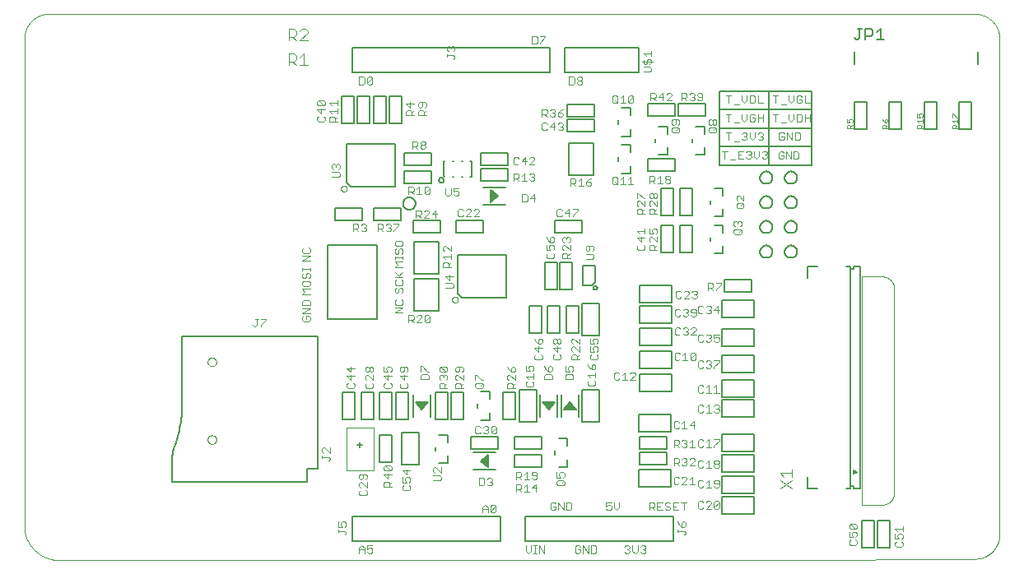
<source format=gto>
G75*
%MOIN*%
%OFA0B0*%
%FSLAX25Y25*%
%IPPOS*%
%LPD*%
%AMOC8*
5,1,8,0,0,1.08239X$1,22.5*
%
%ADD10C,0.00100*%
%ADD11C,0.00400*%
%ADD12C,0.00500*%
%ADD13C,0.00394*%
%ADD14C,0.00000*%
%ADD15C,0.00300*%
%ADD16C,0.00800*%
D10*
X0091780Y0019562D02*
X0091780Y0219467D01*
X0091794Y0219705D01*
X0091814Y0219942D01*
X0091839Y0220179D01*
X0091871Y0220416D01*
X0091907Y0220651D01*
X0091950Y0220886D01*
X0091998Y0221119D01*
X0092052Y0221352D01*
X0092112Y0221582D01*
X0092177Y0221812D01*
X0092248Y0222040D01*
X0092324Y0222266D01*
X0092405Y0222490D01*
X0092492Y0222712D01*
X0092584Y0222932D01*
X0092682Y0223149D01*
X0092785Y0223364D01*
X0092893Y0223577D01*
X0093006Y0223787D01*
X0093124Y0223994D01*
X0093247Y0224198D01*
X0093375Y0224399D01*
X0093508Y0224597D01*
X0093645Y0224792D01*
X0093787Y0224984D01*
X0093934Y0225172D01*
X0094085Y0225356D01*
X0094241Y0225536D01*
X0094401Y0225713D01*
X0094565Y0225886D01*
X0094734Y0226055D01*
X0094906Y0226220D01*
X0095082Y0226380D01*
X0095263Y0226536D01*
X0095446Y0226688D01*
X0095634Y0226836D01*
X0095825Y0226978D01*
X0096019Y0227116D01*
X0096217Y0227250D01*
X0096418Y0227378D01*
X0096622Y0227502D01*
X0096828Y0227621D01*
X0097038Y0227734D01*
X0097250Y0227843D01*
X0097465Y0227946D01*
X0097683Y0228044D01*
X0097902Y0228137D01*
X0098124Y0228225D01*
X0098348Y0228307D01*
X0098573Y0228384D01*
X0098801Y0228455D01*
X0099030Y0228521D01*
X0099261Y0228581D01*
X0099493Y0228635D01*
X0099726Y0228684D01*
X0099961Y0228728D01*
X0100196Y0228765D01*
X0100433Y0228797D01*
X0100670Y0228824D01*
X0100907Y0228844D01*
X0101145Y0228859D01*
X0101383Y0228868D01*
X0101622Y0228871D01*
X0101860Y0228868D01*
X0102099Y0228860D01*
X0102098Y0228861D02*
X0476594Y0228861D01*
X0476836Y0228858D01*
X0477077Y0228849D01*
X0477318Y0228835D01*
X0477559Y0228814D01*
X0477799Y0228788D01*
X0478039Y0228756D01*
X0478278Y0228718D01*
X0478515Y0228675D01*
X0478752Y0228625D01*
X0478987Y0228570D01*
X0479221Y0228510D01*
X0479453Y0228443D01*
X0479684Y0228372D01*
X0479913Y0228294D01*
X0480140Y0228211D01*
X0480365Y0228123D01*
X0480588Y0228029D01*
X0480808Y0227930D01*
X0481026Y0227825D01*
X0481241Y0227716D01*
X0481454Y0227601D01*
X0481664Y0227481D01*
X0481870Y0227356D01*
X0482074Y0227226D01*
X0482275Y0227091D01*
X0482472Y0226951D01*
X0482666Y0226807D01*
X0482856Y0226658D01*
X0483042Y0226504D01*
X0483225Y0226346D01*
X0483404Y0226184D01*
X0483579Y0226017D01*
X0483750Y0225846D01*
X0483917Y0225671D01*
X0484079Y0225492D01*
X0484237Y0225309D01*
X0484391Y0225123D01*
X0484540Y0224933D01*
X0484684Y0224739D01*
X0484824Y0224542D01*
X0484959Y0224341D01*
X0485089Y0224137D01*
X0485214Y0223931D01*
X0485334Y0223721D01*
X0485449Y0223508D01*
X0485558Y0223293D01*
X0485663Y0223075D01*
X0485762Y0222855D01*
X0485856Y0222632D01*
X0485944Y0222407D01*
X0486027Y0222180D01*
X0486105Y0221951D01*
X0486176Y0221720D01*
X0486243Y0221488D01*
X0486303Y0221254D01*
X0486358Y0221019D01*
X0486408Y0220782D01*
X0486451Y0220545D01*
X0486489Y0220306D01*
X0486521Y0220066D01*
X0486547Y0219826D01*
X0486568Y0219585D01*
X0486582Y0219344D01*
X0486591Y0219103D01*
X0486594Y0218861D01*
X0486594Y0017955D01*
X0486591Y0017713D01*
X0486582Y0017472D01*
X0486568Y0017231D01*
X0486547Y0016990D01*
X0486521Y0016750D01*
X0486489Y0016510D01*
X0486451Y0016271D01*
X0486408Y0016034D01*
X0486358Y0015797D01*
X0486303Y0015562D01*
X0486243Y0015328D01*
X0486176Y0015096D01*
X0486105Y0014865D01*
X0486027Y0014636D01*
X0485944Y0014409D01*
X0485856Y0014184D01*
X0485762Y0013961D01*
X0485663Y0013741D01*
X0485558Y0013523D01*
X0485449Y0013308D01*
X0485334Y0013095D01*
X0485214Y0012885D01*
X0485089Y0012679D01*
X0484959Y0012475D01*
X0484824Y0012274D01*
X0484684Y0012077D01*
X0484540Y0011883D01*
X0484391Y0011693D01*
X0484237Y0011507D01*
X0484079Y0011324D01*
X0483917Y0011145D01*
X0483750Y0010970D01*
X0483579Y0010799D01*
X0483404Y0010632D01*
X0483225Y0010470D01*
X0483042Y0010312D01*
X0482856Y0010158D01*
X0482666Y0010009D01*
X0482472Y0009865D01*
X0482275Y0009725D01*
X0482074Y0009590D01*
X0481870Y0009460D01*
X0481664Y0009335D01*
X0481454Y0009215D01*
X0481241Y0009100D01*
X0481026Y0008991D01*
X0480808Y0008886D01*
X0480588Y0008787D01*
X0480365Y0008693D01*
X0480140Y0008605D01*
X0479913Y0008522D01*
X0479684Y0008444D01*
X0479453Y0008373D01*
X0479221Y0008306D01*
X0478987Y0008246D01*
X0478752Y0008191D01*
X0478515Y0008141D01*
X0478278Y0008098D01*
X0478039Y0008060D01*
X0477799Y0008028D01*
X0477559Y0008002D01*
X0477318Y0007981D01*
X0477077Y0007967D01*
X0476836Y0007958D01*
X0476594Y0007955D01*
X0395677Y0007562D01*
X0396496Y0007562D01*
X0395677Y0007562D02*
X0212150Y0007562D01*
X0107780Y0007562D01*
X0107441Y0007518D01*
X0107101Y0007482D01*
X0106761Y0007454D01*
X0106419Y0007434D01*
X0106078Y0007423D01*
X0105736Y0007420D01*
X0105394Y0007425D01*
X0105053Y0007439D01*
X0104712Y0007460D01*
X0104371Y0007490D01*
X0104032Y0007528D01*
X0103693Y0007575D01*
X0103356Y0007629D01*
X0103020Y0007692D01*
X0102686Y0007763D01*
X0102353Y0007841D01*
X0102023Y0007928D01*
X0101694Y0008023D01*
X0101368Y0008126D01*
X0101045Y0008236D01*
X0100724Y0008355D01*
X0100407Y0008481D01*
X0100092Y0008614D01*
X0099781Y0008756D01*
X0099473Y0008904D01*
X0099169Y0009060D01*
X0098869Y0009224D01*
X0098573Y0009394D01*
X0098281Y0009572D01*
X0097993Y0009757D01*
X0097710Y0009948D01*
X0097432Y0010147D01*
X0097159Y0010352D01*
X0096890Y0010563D01*
X0096627Y0010781D01*
X0096369Y0011006D01*
X0096117Y0011236D01*
X0095870Y0011473D01*
X0095629Y0011715D01*
X0095394Y0011963D01*
X0095166Y0012217D01*
X0094943Y0012476D01*
X0094726Y0012741D01*
X0094517Y0013010D01*
X0094313Y0013285D01*
X0094117Y0013565D01*
X0093927Y0013849D01*
X0093744Y0014137D01*
X0093568Y0014430D01*
X0093399Y0014728D01*
X0093238Y0015029D01*
X0093083Y0015334D01*
X0092937Y0015642D01*
X0092797Y0015954D01*
X0092666Y0016270D01*
X0092542Y0016588D01*
X0092425Y0016910D01*
X0092317Y0017234D01*
X0092216Y0017560D01*
X0092123Y0017889D01*
X0092039Y0018220D01*
X0091962Y0018553D01*
X0091893Y0018888D01*
X0091833Y0019224D01*
X0091780Y0019562D01*
X0431008Y0029924D02*
X0438966Y0029886D01*
X0431008Y0029924D02*
X0431008Y0122424D01*
X0439008Y0122424D01*
X0439148Y0122421D01*
X0439288Y0122414D01*
X0439428Y0122403D01*
X0439567Y0122388D01*
X0439706Y0122369D01*
X0439844Y0122347D01*
X0439982Y0122320D01*
X0440119Y0122290D01*
X0440255Y0122255D01*
X0440390Y0122218D01*
X0440524Y0122176D01*
X0440656Y0122130D01*
X0440787Y0122081D01*
X0440917Y0122028D01*
X0441046Y0121972D01*
X0441172Y0121912D01*
X0441297Y0121848D01*
X0441420Y0121781D01*
X0441542Y0121711D01*
X0441661Y0121637D01*
X0441778Y0121559D01*
X0441893Y0121479D01*
X0442005Y0121395D01*
X0442115Y0121309D01*
X0442223Y0121219D01*
X0442328Y0121126D01*
X0442430Y0121030D01*
X0442530Y0120932D01*
X0442627Y0120831D01*
X0442721Y0120727D01*
X0442812Y0120620D01*
X0442900Y0120511D01*
X0442985Y0120400D01*
X0443067Y0120286D01*
X0443146Y0120170D01*
X0443221Y0120051D01*
X0443293Y0119931D01*
X0443361Y0119809D01*
X0443427Y0119685D01*
X0443488Y0119559D01*
X0443546Y0119431D01*
X0443601Y0119302D01*
X0443651Y0119171D01*
X0443699Y0119039D01*
X0443742Y0118906D01*
X0443782Y0118771D01*
X0443817Y0118636D01*
X0443849Y0118499D01*
X0443878Y0118362D01*
X0443902Y0118224D01*
X0443922Y0118085D01*
X0443939Y0117946D01*
X0443951Y0117806D01*
X0443960Y0117667D01*
X0443965Y0117526D01*
X0443966Y0117386D01*
X0443966Y0034886D01*
X0443964Y0034746D01*
X0443958Y0034606D01*
X0443948Y0034466D01*
X0443935Y0034326D01*
X0443917Y0034187D01*
X0443895Y0034048D01*
X0443870Y0033911D01*
X0443841Y0033773D01*
X0443808Y0033637D01*
X0443771Y0033502D01*
X0443730Y0033368D01*
X0443685Y0033235D01*
X0443637Y0033103D01*
X0443585Y0032973D01*
X0443530Y0032844D01*
X0443471Y0032717D01*
X0443408Y0032591D01*
X0443342Y0032467D01*
X0443273Y0032346D01*
X0443200Y0032226D01*
X0443123Y0032108D01*
X0443044Y0031993D01*
X0442961Y0031879D01*
X0442875Y0031769D01*
X0442786Y0031660D01*
X0442694Y0031554D01*
X0442599Y0031451D01*
X0442502Y0031350D01*
X0442401Y0031253D01*
X0442298Y0031158D01*
X0442192Y0031066D01*
X0442083Y0030977D01*
X0441973Y0030891D01*
X0441859Y0030808D01*
X0441744Y0030729D01*
X0441626Y0030652D01*
X0441506Y0030579D01*
X0441385Y0030510D01*
X0441261Y0030444D01*
X0441135Y0030381D01*
X0441008Y0030322D01*
X0440879Y0030267D01*
X0440749Y0030215D01*
X0440617Y0030167D01*
X0440484Y0030122D01*
X0440350Y0030081D01*
X0440215Y0030044D01*
X0440079Y0030011D01*
X0439941Y0029982D01*
X0439804Y0029957D01*
X0439665Y0029935D01*
X0439526Y0029917D01*
X0439386Y0029904D01*
X0439246Y0029894D01*
X0439106Y0029888D01*
X0438966Y0029886D01*
D11*
X0447407Y0021327D02*
X0447407Y0019258D01*
X0447407Y0020292D02*
X0444304Y0020292D01*
X0445339Y0019258D01*
X0445856Y0018104D02*
X0446890Y0018104D01*
X0447407Y0017587D01*
X0447407Y0016553D01*
X0446890Y0016035D01*
X0445856Y0016035D02*
X0445339Y0017070D01*
X0445339Y0017587D01*
X0445856Y0018104D01*
X0444304Y0018104D02*
X0444304Y0016035D01*
X0445856Y0016035D01*
X0446890Y0014881D02*
X0447407Y0014364D01*
X0447407Y0013330D01*
X0446890Y0012813D01*
X0444822Y0012813D01*
X0444304Y0013330D01*
X0444304Y0014364D01*
X0444822Y0014881D01*
X0428809Y0015151D02*
X0428292Y0015669D01*
X0428809Y0015151D02*
X0428809Y0014117D01*
X0428292Y0013600D01*
X0426223Y0013600D01*
X0425706Y0014117D01*
X0425706Y0015151D01*
X0426223Y0015669D01*
X0425706Y0016823D02*
X0427257Y0016823D01*
X0426740Y0017857D01*
X0426740Y0018374D01*
X0427257Y0018891D01*
X0428292Y0018891D01*
X0428809Y0018374D01*
X0428809Y0017340D01*
X0428292Y0016823D01*
X0425706Y0016823D02*
X0425706Y0018891D01*
X0426223Y0020046D02*
X0425706Y0020563D01*
X0425706Y0021597D01*
X0426223Y0022114D01*
X0428292Y0020046D01*
X0428809Y0020563D01*
X0428809Y0021597D01*
X0428292Y0022114D01*
X0426223Y0022114D01*
X0426223Y0020046D02*
X0428292Y0020046D01*
X0402386Y0036654D02*
X0397782Y0039724D01*
X0399317Y0041258D02*
X0397782Y0042793D01*
X0402386Y0042793D01*
X0402386Y0041258D02*
X0402386Y0044328D01*
X0402386Y0039724D02*
X0397782Y0036654D01*
X0373022Y0037341D02*
X0372505Y0036824D01*
X0371470Y0036824D01*
X0370953Y0037341D01*
X0371470Y0038375D02*
X0373022Y0038375D01*
X0373022Y0037341D02*
X0373022Y0039409D01*
X0372505Y0039926D01*
X0371470Y0039926D01*
X0370953Y0039409D01*
X0370953Y0038892D01*
X0371470Y0038375D01*
X0369799Y0036824D02*
X0367731Y0036824D01*
X0368765Y0036824D02*
X0368765Y0039926D01*
X0367731Y0038892D01*
X0366576Y0039409D02*
X0366059Y0039926D01*
X0365025Y0039926D01*
X0364508Y0039409D01*
X0364508Y0037341D01*
X0365025Y0036824D01*
X0366059Y0036824D01*
X0366576Y0037341D01*
X0363222Y0038224D02*
X0361153Y0038224D01*
X0362188Y0038224D02*
X0362188Y0041326D01*
X0361153Y0040292D01*
X0359999Y0040292D02*
X0359999Y0040809D01*
X0359482Y0041326D01*
X0358448Y0041326D01*
X0357931Y0040809D01*
X0356776Y0040809D02*
X0356259Y0041326D01*
X0355225Y0041326D01*
X0354708Y0040809D01*
X0354708Y0038741D01*
X0355225Y0038224D01*
X0356259Y0038224D01*
X0356776Y0038741D01*
X0357931Y0038224D02*
X0359999Y0040292D01*
X0359999Y0038224D02*
X0357931Y0038224D01*
X0357678Y0030864D02*
X0359746Y0030864D01*
X0358712Y0030864D02*
X0358712Y0027762D01*
X0356523Y0027762D02*
X0354455Y0027762D01*
X0354455Y0030864D01*
X0356523Y0030864D01*
X0355489Y0029313D02*
X0354455Y0029313D01*
X0353301Y0028796D02*
X0353301Y0028279D01*
X0352783Y0027762D01*
X0351749Y0027762D01*
X0351232Y0028279D01*
X0351749Y0029313D02*
X0351232Y0029830D01*
X0351232Y0030347D01*
X0351749Y0030864D01*
X0352783Y0030864D01*
X0353301Y0030347D01*
X0352783Y0029313D02*
X0353301Y0028796D01*
X0352783Y0029313D02*
X0351749Y0029313D01*
X0350078Y0030864D02*
X0348009Y0030864D01*
X0348009Y0027762D01*
X0350078Y0027762D01*
X0349044Y0029313D02*
X0348009Y0029313D01*
X0346855Y0029313D02*
X0346338Y0028796D01*
X0344787Y0028796D01*
X0345821Y0028796D02*
X0346855Y0027762D01*
X0346855Y0029313D02*
X0346855Y0030347D01*
X0346338Y0030864D01*
X0344787Y0030864D01*
X0344787Y0027762D01*
X0332578Y0028796D02*
X0332578Y0030864D01*
X0332578Y0028796D02*
X0331544Y0027762D01*
X0330509Y0028796D01*
X0330509Y0030864D01*
X0329355Y0030864D02*
X0327287Y0030864D01*
X0327287Y0029313D01*
X0328321Y0029830D01*
X0328838Y0029830D01*
X0329355Y0029313D01*
X0329355Y0028279D01*
X0328838Y0027762D01*
X0327804Y0027762D01*
X0327287Y0028279D01*
X0313301Y0028279D02*
X0312783Y0027762D01*
X0311232Y0027762D01*
X0311232Y0030864D01*
X0312783Y0030864D01*
X0313301Y0030347D01*
X0313301Y0028279D01*
X0310078Y0027762D02*
X0310078Y0030864D01*
X0308009Y0030864D02*
X0310078Y0027762D01*
X0308009Y0027762D02*
X0308009Y0030864D01*
X0306855Y0030347D02*
X0306338Y0030864D01*
X0305304Y0030864D01*
X0304787Y0030347D01*
X0304787Y0028279D01*
X0305304Y0027762D01*
X0306338Y0027762D01*
X0306855Y0028279D01*
X0306855Y0029313D01*
X0305821Y0029313D01*
X0298805Y0035224D02*
X0298805Y0038326D01*
X0297253Y0036775D01*
X0299322Y0036775D01*
X0296099Y0035224D02*
X0294031Y0035224D01*
X0295065Y0035224D02*
X0295065Y0038326D01*
X0294031Y0037292D01*
X0292876Y0037809D02*
X0292876Y0036775D01*
X0292359Y0036258D01*
X0290808Y0036258D01*
X0291842Y0036258D02*
X0292876Y0035224D01*
X0290808Y0035224D02*
X0290808Y0038326D01*
X0292359Y0038326D01*
X0292876Y0037809D01*
X0292876Y0040224D02*
X0291842Y0041258D01*
X0292359Y0041258D02*
X0290808Y0041258D01*
X0290808Y0040224D02*
X0290808Y0043326D01*
X0292359Y0043326D01*
X0292876Y0042809D01*
X0292876Y0041775D01*
X0292359Y0041258D01*
X0294031Y0042292D02*
X0295065Y0043326D01*
X0295065Y0040224D01*
X0294031Y0040224D02*
X0296099Y0040224D01*
X0297253Y0040741D02*
X0297770Y0040224D01*
X0298805Y0040224D01*
X0299322Y0040741D01*
X0299322Y0042809D01*
X0298805Y0043326D01*
X0297770Y0043326D01*
X0297253Y0042809D01*
X0297253Y0042292D01*
X0297770Y0041775D01*
X0299322Y0041775D01*
X0307305Y0040947D02*
X0307305Y0043015D01*
X0308339Y0042498D02*
X0308857Y0043015D01*
X0309891Y0043015D01*
X0310408Y0042498D01*
X0310408Y0041464D01*
X0309891Y0040947D01*
X0308857Y0040947D02*
X0308339Y0041981D01*
X0308339Y0042498D01*
X0308857Y0040947D02*
X0307305Y0040947D01*
X0307822Y0039792D02*
X0307305Y0039275D01*
X0307305Y0038241D01*
X0307822Y0037724D01*
X0309891Y0037724D01*
X0310408Y0038241D01*
X0310408Y0039275D01*
X0309891Y0039792D01*
X0307822Y0039792D01*
X0309374Y0038758D02*
X0310408Y0039792D01*
X0281099Y0039792D02*
X0280582Y0039275D01*
X0281099Y0038758D01*
X0281099Y0038241D01*
X0280582Y0037724D01*
X0279548Y0037724D01*
X0279031Y0038241D01*
X0277876Y0038241D02*
X0277876Y0040309D01*
X0277359Y0040826D01*
X0275808Y0040826D01*
X0275808Y0037724D01*
X0277359Y0037724D01*
X0277876Y0038241D01*
X0279031Y0040309D02*
X0279548Y0040826D01*
X0280582Y0040826D01*
X0281099Y0040309D01*
X0281099Y0039792D01*
X0280582Y0039275D02*
X0280065Y0039275D01*
X0281026Y0029864D02*
X0282061Y0029864D01*
X0282578Y0029347D01*
X0280509Y0027279D01*
X0281026Y0026762D01*
X0282061Y0026762D01*
X0282578Y0027279D01*
X0282578Y0029347D01*
X0281026Y0029864D02*
X0280509Y0029347D01*
X0280509Y0027279D01*
X0279355Y0026762D02*
X0279355Y0028830D01*
X0278321Y0029864D01*
X0277287Y0028830D01*
X0277287Y0026762D01*
X0277287Y0028313D02*
X0279355Y0028313D01*
X0260408Y0040241D02*
X0260408Y0041275D01*
X0259891Y0041792D01*
X0257305Y0041792D01*
X0257822Y0042947D02*
X0257305Y0043464D01*
X0257305Y0044498D01*
X0257822Y0045015D01*
X0258339Y0045015D01*
X0260408Y0042947D01*
X0260408Y0045015D01*
X0260408Y0040241D02*
X0259891Y0039724D01*
X0257305Y0039724D01*
X0247908Y0039464D02*
X0247391Y0038947D01*
X0247908Y0039464D02*
X0247908Y0040498D01*
X0247391Y0041015D01*
X0246357Y0041015D01*
X0245839Y0040498D01*
X0245839Y0039981D01*
X0246357Y0038947D01*
X0244805Y0038947D01*
X0244805Y0041015D01*
X0246357Y0042169D02*
X0246357Y0044238D01*
X0247908Y0043721D02*
X0244805Y0043721D01*
X0246357Y0042169D01*
X0240408Y0041998D02*
X0237305Y0041998D01*
X0238857Y0040447D01*
X0238857Y0042515D01*
X0239891Y0043669D02*
X0237822Y0043669D01*
X0237305Y0044186D01*
X0237305Y0045221D01*
X0237822Y0045738D01*
X0239891Y0043669D01*
X0240408Y0044186D01*
X0240408Y0045221D01*
X0239891Y0045738D01*
X0237822Y0045738D01*
X0233108Y0043774D02*
X0222108Y0043774D01*
X0222108Y0061274D01*
X0233108Y0061274D01*
X0233108Y0043774D01*
X0230408Y0041721D02*
X0229891Y0042238D01*
X0227822Y0042238D01*
X0227305Y0041721D01*
X0227305Y0040686D01*
X0227822Y0040169D01*
X0228339Y0040169D01*
X0228857Y0040686D01*
X0228857Y0042238D01*
X0230408Y0041721D02*
X0230408Y0040686D01*
X0229891Y0040169D01*
X0230408Y0039015D02*
X0230408Y0036947D01*
X0228339Y0039015D01*
X0227822Y0039015D01*
X0227305Y0038498D01*
X0227305Y0037464D01*
X0227822Y0036947D01*
X0227822Y0035792D02*
X0227305Y0035275D01*
X0227305Y0034241D01*
X0227822Y0033724D01*
X0229891Y0033724D01*
X0230408Y0034241D01*
X0230408Y0035275D01*
X0229891Y0035792D01*
X0237305Y0037224D02*
X0237305Y0038775D01*
X0237822Y0039292D01*
X0238857Y0039292D01*
X0239374Y0038775D01*
X0239374Y0037224D01*
X0240408Y0037224D02*
X0237305Y0037224D01*
X0239374Y0038258D02*
X0240408Y0039292D01*
X0244805Y0037275D02*
X0244805Y0036241D01*
X0245322Y0035724D01*
X0247391Y0035724D01*
X0247908Y0036241D01*
X0247908Y0037275D01*
X0247391Y0037792D01*
X0245322Y0037792D02*
X0244805Y0037275D01*
X0215408Y0048241D02*
X0215408Y0048758D01*
X0214891Y0049275D01*
X0212305Y0049275D01*
X0212305Y0048758D02*
X0212305Y0049792D01*
X0212822Y0050947D02*
X0212305Y0051464D01*
X0212305Y0052498D01*
X0212822Y0053015D01*
X0213339Y0053015D01*
X0215408Y0050947D01*
X0215408Y0053015D01*
X0215408Y0048241D02*
X0214891Y0047724D01*
X0218805Y0023015D02*
X0218805Y0020947D01*
X0220357Y0020947D01*
X0219839Y0021981D01*
X0219839Y0022498D01*
X0220357Y0023015D01*
X0221391Y0023015D01*
X0221908Y0022498D01*
X0221908Y0021464D01*
X0221391Y0020947D01*
X0221391Y0019275D02*
X0218805Y0019275D01*
X0218805Y0018758D02*
X0218805Y0019792D01*
X0221391Y0019275D02*
X0221908Y0018758D01*
X0221908Y0018241D01*
X0221391Y0017724D01*
X0227287Y0012330D02*
X0228321Y0013364D01*
X0229355Y0012330D01*
X0229355Y0010262D01*
X0230509Y0010779D02*
X0231026Y0010262D01*
X0232061Y0010262D01*
X0232578Y0010779D01*
X0232578Y0011813D01*
X0232061Y0012330D01*
X0231544Y0012330D01*
X0230509Y0011813D01*
X0230509Y0013364D01*
X0232578Y0013364D01*
X0229355Y0011813D02*
X0227287Y0011813D01*
X0227287Y0012330D02*
X0227287Y0010262D01*
X0294787Y0011296D02*
X0295821Y0010262D01*
X0296855Y0011296D01*
X0296855Y0013364D01*
X0298009Y0013364D02*
X0299044Y0013364D01*
X0298526Y0013364D02*
X0298526Y0010262D01*
X0298009Y0010262D02*
X0299044Y0010262D01*
X0300158Y0010262D02*
X0300158Y0013364D01*
X0302226Y0010262D01*
X0302226Y0013364D01*
X0294787Y0013364D02*
X0294787Y0011296D01*
X0314787Y0010779D02*
X0315304Y0010262D01*
X0316338Y0010262D01*
X0316855Y0010779D01*
X0316855Y0011813D01*
X0315821Y0011813D01*
X0316855Y0012847D02*
X0316338Y0013364D01*
X0315304Y0013364D01*
X0314787Y0012847D01*
X0314787Y0010779D01*
X0318009Y0010262D02*
X0318009Y0013364D01*
X0320078Y0010262D01*
X0320078Y0013364D01*
X0321232Y0013364D02*
X0322783Y0013364D01*
X0323301Y0012847D01*
X0323301Y0010779D01*
X0322783Y0010262D01*
X0321232Y0010262D01*
X0321232Y0013364D01*
X0334787Y0012847D02*
X0335304Y0013364D01*
X0336338Y0013364D01*
X0336855Y0012847D01*
X0336855Y0012330D01*
X0336338Y0011813D01*
X0336855Y0011296D01*
X0336855Y0010779D01*
X0336338Y0010262D01*
X0335304Y0010262D01*
X0334787Y0010779D01*
X0335821Y0011813D02*
X0336338Y0011813D01*
X0338009Y0011296D02*
X0339044Y0010262D01*
X0340078Y0011296D01*
X0340078Y0013364D01*
X0341232Y0012847D02*
X0341749Y0013364D01*
X0342783Y0013364D01*
X0343301Y0012847D01*
X0343301Y0012330D01*
X0342783Y0011813D01*
X0343301Y0011296D01*
X0343301Y0010779D01*
X0342783Y0010262D01*
X0341749Y0010262D01*
X0341232Y0010779D01*
X0342266Y0011813D02*
X0342783Y0011813D01*
X0338009Y0011296D02*
X0338009Y0013364D01*
X0356305Y0018758D02*
X0356305Y0019792D01*
X0356305Y0019275D02*
X0358891Y0019275D01*
X0359408Y0018758D01*
X0359408Y0018241D01*
X0358891Y0017724D01*
X0358891Y0020947D02*
X0359408Y0021464D01*
X0359408Y0022498D01*
X0358891Y0023015D01*
X0358374Y0023015D01*
X0357857Y0022498D01*
X0357857Y0020947D01*
X0358891Y0020947D01*
X0357857Y0020947D02*
X0356822Y0021981D01*
X0356305Y0023015D01*
X0364508Y0028841D02*
X0365025Y0028324D01*
X0366059Y0028324D01*
X0366576Y0028841D01*
X0367731Y0028324D02*
X0369799Y0030392D01*
X0369799Y0030909D01*
X0369282Y0031426D01*
X0368248Y0031426D01*
X0367731Y0030909D01*
X0366576Y0030909D02*
X0366059Y0031426D01*
X0365025Y0031426D01*
X0364508Y0030909D01*
X0364508Y0028841D01*
X0367731Y0028324D02*
X0369799Y0028324D01*
X0370953Y0028841D02*
X0373022Y0030909D01*
X0373022Y0028841D01*
X0372505Y0028324D01*
X0371470Y0028324D01*
X0370953Y0028841D01*
X0370953Y0030909D01*
X0371470Y0031426D01*
X0372505Y0031426D01*
X0373022Y0030909D01*
X0372505Y0044824D02*
X0371470Y0044824D01*
X0370953Y0045341D01*
X0370953Y0045858D01*
X0371470Y0046375D01*
X0372505Y0046375D01*
X0373022Y0045858D01*
X0373022Y0045341D01*
X0372505Y0044824D01*
X0372505Y0046375D02*
X0373022Y0046892D01*
X0373022Y0047409D01*
X0372505Y0047926D01*
X0371470Y0047926D01*
X0370953Y0047409D01*
X0370953Y0046892D01*
X0371470Y0046375D01*
X0369799Y0044824D02*
X0367731Y0044824D01*
X0368765Y0044824D02*
X0368765Y0047926D01*
X0367731Y0046892D01*
X0366576Y0047409D02*
X0366059Y0047926D01*
X0365025Y0047926D01*
X0364508Y0047409D01*
X0364508Y0045341D01*
X0365025Y0044824D01*
X0366059Y0044824D01*
X0366576Y0045341D01*
X0363222Y0045724D02*
X0361153Y0045724D01*
X0363222Y0047792D01*
X0363222Y0048309D01*
X0362705Y0048826D01*
X0361670Y0048826D01*
X0361153Y0048309D01*
X0359999Y0048309D02*
X0359999Y0047792D01*
X0359482Y0047275D01*
X0359999Y0046758D01*
X0359999Y0046241D01*
X0359482Y0045724D01*
X0358448Y0045724D01*
X0357931Y0046241D01*
X0356776Y0045724D02*
X0355742Y0046758D01*
X0356259Y0046758D02*
X0354708Y0046758D01*
X0354708Y0045724D02*
X0354708Y0048826D01*
X0356259Y0048826D01*
X0356776Y0048309D01*
X0356776Y0047275D01*
X0356259Y0046758D01*
X0357931Y0048309D02*
X0358448Y0048826D01*
X0359482Y0048826D01*
X0359999Y0048309D01*
X0359482Y0047275D02*
X0358965Y0047275D01*
X0359482Y0053224D02*
X0358448Y0053224D01*
X0357931Y0053741D01*
X0356776Y0053224D02*
X0355742Y0054258D01*
X0356259Y0054258D02*
X0354708Y0054258D01*
X0354708Y0053224D02*
X0354708Y0056326D01*
X0356259Y0056326D01*
X0356776Y0055809D01*
X0356776Y0054775D01*
X0356259Y0054258D01*
X0357931Y0055809D02*
X0358448Y0056326D01*
X0359482Y0056326D01*
X0359999Y0055809D01*
X0359999Y0055292D01*
X0359482Y0054775D01*
X0359999Y0054258D01*
X0359999Y0053741D01*
X0359482Y0053224D01*
X0359482Y0054775D02*
X0358965Y0054775D01*
X0361153Y0055292D02*
X0362188Y0056326D01*
X0362188Y0053224D01*
X0363222Y0053224D02*
X0361153Y0053224D01*
X0364508Y0053841D02*
X0365025Y0053324D01*
X0366059Y0053324D01*
X0366576Y0053841D01*
X0367731Y0053324D02*
X0369799Y0053324D01*
X0368765Y0053324D02*
X0368765Y0056426D01*
X0367731Y0055392D01*
X0366576Y0055909D02*
X0366059Y0056426D01*
X0365025Y0056426D01*
X0364508Y0055909D01*
X0364508Y0053841D01*
X0370953Y0053841D02*
X0370953Y0053324D01*
X0370953Y0053841D02*
X0373022Y0055909D01*
X0373022Y0056426D01*
X0370953Y0056426D01*
X0362705Y0060724D02*
X0362705Y0063826D01*
X0361153Y0062275D01*
X0363222Y0062275D01*
X0359999Y0060724D02*
X0357931Y0060724D01*
X0358965Y0060724D02*
X0358965Y0063826D01*
X0357931Y0062792D01*
X0356776Y0063309D02*
X0356259Y0063826D01*
X0355225Y0063826D01*
X0354708Y0063309D01*
X0354708Y0061241D01*
X0355225Y0060724D01*
X0356259Y0060724D01*
X0356776Y0061241D01*
X0364508Y0067841D02*
X0365025Y0067324D01*
X0366059Y0067324D01*
X0366576Y0067841D01*
X0367731Y0067324D02*
X0369799Y0067324D01*
X0368765Y0067324D02*
X0368765Y0070426D01*
X0367731Y0069392D01*
X0366576Y0069909D02*
X0366059Y0070426D01*
X0365025Y0070426D01*
X0364508Y0069909D01*
X0364508Y0067841D01*
X0370953Y0067841D02*
X0371470Y0067324D01*
X0372505Y0067324D01*
X0373022Y0067841D01*
X0373022Y0068358D01*
X0372505Y0068875D01*
X0371988Y0068875D01*
X0372505Y0068875D02*
X0373022Y0069392D01*
X0373022Y0069909D01*
X0372505Y0070426D01*
X0371470Y0070426D01*
X0370953Y0069909D01*
X0370953Y0075324D02*
X0373022Y0075324D01*
X0371988Y0075324D02*
X0371988Y0078426D01*
X0370953Y0077392D01*
X0369799Y0075324D02*
X0367731Y0075324D01*
X0368765Y0075324D02*
X0368765Y0078426D01*
X0367731Y0077392D01*
X0366576Y0077909D02*
X0366059Y0078426D01*
X0365025Y0078426D01*
X0364508Y0077909D01*
X0364508Y0075841D01*
X0365025Y0075324D01*
X0366059Y0075324D01*
X0366576Y0075841D01*
X0366059Y0085324D02*
X0366576Y0085841D01*
X0366059Y0085324D02*
X0365025Y0085324D01*
X0364508Y0085841D01*
X0364508Y0087909D01*
X0365025Y0088426D01*
X0366059Y0088426D01*
X0366576Y0087909D01*
X0367731Y0087909D02*
X0368248Y0088426D01*
X0369282Y0088426D01*
X0369799Y0087909D01*
X0369799Y0087392D01*
X0369282Y0086875D01*
X0369799Y0086358D01*
X0369799Y0085841D01*
X0369282Y0085324D01*
X0368248Y0085324D01*
X0367731Y0085841D01*
X0368765Y0086875D02*
X0369282Y0086875D01*
X0370953Y0085841D02*
X0370953Y0085324D01*
X0370953Y0085841D02*
X0373022Y0087909D01*
X0373022Y0088426D01*
X0370953Y0088426D01*
X0363554Y0089041D02*
X0363036Y0088524D01*
X0362002Y0088524D01*
X0361485Y0089041D01*
X0363554Y0091109D01*
X0363554Y0089041D01*
X0363554Y0091109D02*
X0363036Y0091626D01*
X0362002Y0091626D01*
X0361485Y0091109D01*
X0361485Y0089041D01*
X0360331Y0088524D02*
X0358262Y0088524D01*
X0359297Y0088524D02*
X0359297Y0091626D01*
X0358262Y0090592D01*
X0357108Y0091109D02*
X0356591Y0091626D01*
X0355557Y0091626D01*
X0355040Y0091109D01*
X0355040Y0089041D01*
X0355557Y0088524D01*
X0356591Y0088524D01*
X0357108Y0089041D01*
X0364508Y0096341D02*
X0365025Y0095824D01*
X0366059Y0095824D01*
X0366576Y0096341D01*
X0367731Y0096341D02*
X0368248Y0095824D01*
X0369282Y0095824D01*
X0369799Y0096341D01*
X0369799Y0096858D01*
X0369282Y0097375D01*
X0368765Y0097375D01*
X0369282Y0097375D02*
X0369799Y0097892D01*
X0369799Y0098409D01*
X0369282Y0098926D01*
X0368248Y0098926D01*
X0367731Y0098409D01*
X0366576Y0098409D02*
X0366059Y0098926D01*
X0365025Y0098926D01*
X0364508Y0098409D01*
X0364508Y0096341D01*
X0363722Y0098724D02*
X0361653Y0098724D01*
X0363722Y0100792D01*
X0363722Y0101309D01*
X0363205Y0101826D01*
X0362170Y0101826D01*
X0361653Y0101309D01*
X0360499Y0101309D02*
X0360499Y0100792D01*
X0359982Y0100275D01*
X0360499Y0099758D01*
X0360499Y0099241D01*
X0359982Y0098724D01*
X0358948Y0098724D01*
X0358431Y0099241D01*
X0357276Y0099241D02*
X0356759Y0098724D01*
X0355725Y0098724D01*
X0355208Y0099241D01*
X0355208Y0101309D01*
X0355725Y0101826D01*
X0356759Y0101826D01*
X0357276Y0101309D01*
X0358431Y0101309D02*
X0358948Y0101826D01*
X0359982Y0101826D01*
X0360499Y0101309D01*
X0359982Y0100275D02*
X0359465Y0100275D01*
X0359982Y0106224D02*
X0358948Y0106224D01*
X0358431Y0106741D01*
X0357276Y0106741D02*
X0356759Y0106224D01*
X0355725Y0106224D01*
X0355208Y0106741D01*
X0355208Y0108809D01*
X0355725Y0109326D01*
X0356759Y0109326D01*
X0357276Y0108809D01*
X0358431Y0108809D02*
X0358948Y0109326D01*
X0359982Y0109326D01*
X0360499Y0108809D01*
X0360499Y0108292D01*
X0359982Y0107775D01*
X0360499Y0107258D01*
X0360499Y0106741D01*
X0359982Y0106224D01*
X0359982Y0107775D02*
X0359465Y0107775D01*
X0361653Y0108292D02*
X0362170Y0107775D01*
X0363722Y0107775D01*
X0364508Y0107941D02*
X0365025Y0107424D01*
X0366059Y0107424D01*
X0366576Y0107941D01*
X0367731Y0107941D02*
X0368248Y0107424D01*
X0369282Y0107424D01*
X0369799Y0107941D01*
X0369799Y0108458D01*
X0369282Y0108975D01*
X0368765Y0108975D01*
X0369282Y0108975D02*
X0369799Y0109492D01*
X0369799Y0110009D01*
X0369282Y0110526D01*
X0368248Y0110526D01*
X0367731Y0110009D01*
X0366576Y0110009D02*
X0366059Y0110526D01*
X0365025Y0110526D01*
X0364508Y0110009D01*
X0364508Y0107941D01*
X0363722Y0108809D02*
X0363205Y0109326D01*
X0362170Y0109326D01*
X0361653Y0108809D01*
X0361653Y0108292D01*
X0361653Y0106741D02*
X0362170Y0106224D01*
X0363205Y0106224D01*
X0363722Y0106741D01*
X0363722Y0108809D01*
X0363536Y0113524D02*
X0362502Y0113524D01*
X0361985Y0114041D01*
X0360831Y0113524D02*
X0358762Y0113524D01*
X0360831Y0115592D01*
X0360831Y0116109D01*
X0360314Y0116626D01*
X0359279Y0116626D01*
X0358762Y0116109D01*
X0357608Y0116109D02*
X0357091Y0116626D01*
X0356057Y0116626D01*
X0355540Y0116109D01*
X0355540Y0114041D01*
X0356057Y0113524D01*
X0357091Y0113524D01*
X0357608Y0114041D01*
X0361985Y0116109D02*
X0362502Y0116626D01*
X0363536Y0116626D01*
X0364054Y0116109D01*
X0364054Y0115592D01*
X0363536Y0115075D01*
X0364054Y0114558D01*
X0364054Y0114041D01*
X0363536Y0113524D01*
X0363536Y0115075D02*
X0363019Y0115075D01*
X0368508Y0116724D02*
X0368508Y0119826D01*
X0370059Y0119826D01*
X0370576Y0119309D01*
X0370576Y0118275D01*
X0370059Y0117758D01*
X0368508Y0117758D01*
X0369542Y0117758D02*
X0370576Y0116724D01*
X0371731Y0116724D02*
X0371731Y0117241D01*
X0373799Y0119309D01*
X0373799Y0119826D01*
X0371731Y0119826D01*
X0372505Y0110526D02*
X0370953Y0108975D01*
X0373022Y0108975D01*
X0372505Y0107424D02*
X0372505Y0110526D01*
X0373022Y0098926D02*
X0370953Y0098926D01*
X0370953Y0097375D01*
X0371988Y0097892D01*
X0372505Y0097892D01*
X0373022Y0097375D01*
X0373022Y0096341D01*
X0372505Y0095824D01*
X0371470Y0095824D01*
X0370953Y0096341D01*
X0339054Y0083109D02*
X0338536Y0083626D01*
X0337502Y0083626D01*
X0336985Y0083109D01*
X0339054Y0083109D02*
X0339054Y0082592D01*
X0336985Y0080524D01*
X0339054Y0080524D01*
X0335831Y0080524D02*
X0333762Y0080524D01*
X0334797Y0080524D02*
X0334797Y0083626D01*
X0333762Y0082592D01*
X0332608Y0083109D02*
X0332091Y0083626D01*
X0331057Y0083626D01*
X0330540Y0083109D01*
X0330540Y0081041D01*
X0331057Y0080524D01*
X0332091Y0080524D01*
X0332608Y0081041D01*
X0322908Y0081447D02*
X0322908Y0083515D01*
X0322908Y0082481D02*
X0319805Y0082481D01*
X0320839Y0081447D01*
X0320322Y0080292D02*
X0319805Y0079775D01*
X0319805Y0078741D01*
X0320322Y0078224D01*
X0322391Y0078224D01*
X0322908Y0078741D01*
X0322908Y0079775D01*
X0322391Y0080292D01*
X0322391Y0084669D02*
X0321357Y0084669D01*
X0321357Y0086221D01*
X0321874Y0086738D01*
X0322391Y0086738D01*
X0322908Y0086221D01*
X0322908Y0085186D01*
X0322391Y0084669D01*
X0321357Y0084669D02*
X0320322Y0085703D01*
X0319805Y0086738D01*
X0321322Y0088724D02*
X0323391Y0088724D01*
X0323908Y0089241D01*
X0323908Y0090275D01*
X0323391Y0090792D01*
X0323391Y0091947D02*
X0323908Y0092464D01*
X0323908Y0093498D01*
X0323391Y0094015D01*
X0322357Y0094015D01*
X0321839Y0093498D01*
X0321839Y0092981D01*
X0322357Y0091947D01*
X0320805Y0091947D01*
X0320805Y0094015D01*
X0320805Y0095169D02*
X0322357Y0095169D01*
X0321839Y0096203D01*
X0321839Y0096721D01*
X0322357Y0097238D01*
X0323391Y0097238D01*
X0323908Y0096721D01*
X0323908Y0095686D01*
X0323391Y0095169D01*
X0320805Y0095169D02*
X0320805Y0097238D01*
X0316408Y0097238D02*
X0316408Y0095169D01*
X0314339Y0097238D01*
X0313822Y0097238D01*
X0313305Y0096721D01*
X0313305Y0095686D01*
X0313822Y0095169D01*
X0313822Y0094015D02*
X0313305Y0093498D01*
X0313305Y0092464D01*
X0313822Y0091947D01*
X0313822Y0090792D02*
X0314857Y0090792D01*
X0315374Y0090275D01*
X0315374Y0088724D01*
X0316408Y0088724D02*
X0313305Y0088724D01*
X0313305Y0090275D01*
X0313822Y0090792D01*
X0315374Y0089758D02*
X0316408Y0090792D01*
X0316408Y0091947D02*
X0314339Y0094015D01*
X0313822Y0094015D01*
X0316408Y0094015D02*
X0316408Y0091947D01*
X0320805Y0090275D02*
X0320805Y0089241D01*
X0321322Y0088724D01*
X0320805Y0090275D02*
X0321322Y0090792D01*
X0308908Y0090275D02*
X0308391Y0090792D01*
X0308908Y0090275D02*
X0308908Y0089241D01*
X0308391Y0088724D01*
X0306322Y0088724D01*
X0305805Y0089241D01*
X0305805Y0090275D01*
X0306322Y0090792D01*
X0307357Y0091947D02*
X0307357Y0094015D01*
X0307874Y0095169D02*
X0307357Y0095686D01*
X0307357Y0096721D01*
X0307874Y0097238D01*
X0308391Y0097238D01*
X0308908Y0096721D01*
X0308908Y0095686D01*
X0308391Y0095169D01*
X0307874Y0095169D01*
X0307357Y0095686D02*
X0306839Y0095169D01*
X0306322Y0095169D01*
X0305805Y0095686D01*
X0305805Y0096721D01*
X0306322Y0097238D01*
X0306839Y0097238D01*
X0307357Y0096721D01*
X0308908Y0093498D02*
X0305805Y0093498D01*
X0307357Y0091947D01*
X0301408Y0093498D02*
X0298305Y0093498D01*
X0299857Y0091947D01*
X0299857Y0094015D01*
X0299857Y0095169D02*
X0299857Y0096721D01*
X0300374Y0097238D01*
X0300891Y0097238D01*
X0301408Y0096721D01*
X0301408Y0095686D01*
X0300891Y0095169D01*
X0299857Y0095169D01*
X0298822Y0096203D01*
X0298305Y0097238D01*
X0298822Y0090792D02*
X0298305Y0090275D01*
X0298305Y0089241D01*
X0298822Y0088724D01*
X0300891Y0088724D01*
X0301408Y0089241D01*
X0301408Y0090275D01*
X0300891Y0090792D01*
X0297391Y0086238D02*
X0297908Y0085721D01*
X0297908Y0084686D01*
X0297391Y0084169D01*
X0296357Y0084169D02*
X0295839Y0085203D01*
X0295839Y0085721D01*
X0296357Y0086238D01*
X0297391Y0086238D01*
X0296357Y0084169D02*
X0294805Y0084169D01*
X0294805Y0086238D01*
X0290408Y0085221D02*
X0289891Y0085738D01*
X0289374Y0085738D01*
X0288857Y0085221D01*
X0288857Y0083669D01*
X0289891Y0083669D01*
X0290408Y0084186D01*
X0290408Y0085221D01*
X0288857Y0083669D02*
X0287822Y0084703D01*
X0287305Y0085738D01*
X0287822Y0082515D02*
X0287305Y0081998D01*
X0287305Y0080964D01*
X0287822Y0080447D01*
X0287822Y0079292D02*
X0288857Y0079292D01*
X0289374Y0078775D01*
X0289374Y0077224D01*
X0290408Y0077224D02*
X0287305Y0077224D01*
X0287305Y0078775D01*
X0287822Y0079292D01*
X0289374Y0078258D02*
X0290408Y0079292D01*
X0290408Y0080447D02*
X0288339Y0082515D01*
X0287822Y0082515D01*
X0290408Y0082515D02*
X0290408Y0080447D01*
X0294805Y0079275D02*
X0294805Y0078241D01*
X0295322Y0077724D01*
X0297391Y0077724D01*
X0297908Y0078241D01*
X0297908Y0079275D01*
X0297391Y0079792D01*
X0297908Y0080947D02*
X0297908Y0083015D01*
X0297908Y0081981D02*
X0294805Y0081981D01*
X0295839Y0080947D01*
X0295322Y0079792D02*
X0294805Y0079275D01*
X0302305Y0080724D02*
X0302305Y0082275D01*
X0302822Y0082792D01*
X0304891Y0082792D01*
X0305408Y0082275D01*
X0305408Y0080724D01*
X0302305Y0080724D01*
X0303857Y0083947D02*
X0303857Y0085498D01*
X0304374Y0086015D01*
X0304891Y0086015D01*
X0305408Y0085498D01*
X0305408Y0084464D01*
X0304891Y0083947D01*
X0303857Y0083947D01*
X0302822Y0084981D01*
X0302305Y0086015D01*
X0310805Y0086015D02*
X0310805Y0083947D01*
X0312357Y0083947D01*
X0311839Y0084981D01*
X0311839Y0085498D01*
X0312357Y0086015D01*
X0313391Y0086015D01*
X0313908Y0085498D01*
X0313908Y0084464D01*
X0313391Y0083947D01*
X0313391Y0082792D02*
X0311322Y0082792D01*
X0310805Y0082275D01*
X0310805Y0080724D01*
X0313908Y0080724D01*
X0313908Y0082275D01*
X0313391Y0082792D01*
X0277408Y0080447D02*
X0276891Y0080447D01*
X0274822Y0082515D01*
X0274305Y0082515D01*
X0274305Y0080447D01*
X0274822Y0079292D02*
X0276891Y0079292D01*
X0277408Y0078775D01*
X0277408Y0077741D01*
X0276891Y0077224D01*
X0274822Y0077224D01*
X0274305Y0077741D01*
X0274305Y0078775D01*
X0274822Y0079292D01*
X0276374Y0078258D02*
X0277408Y0079292D01*
X0269408Y0079292D02*
X0268374Y0078258D01*
X0268374Y0078775D02*
X0268374Y0077224D01*
X0269408Y0077224D02*
X0266305Y0077224D01*
X0266305Y0078775D01*
X0266822Y0079292D01*
X0267857Y0079292D01*
X0268374Y0078775D01*
X0269408Y0080447D02*
X0267339Y0082515D01*
X0266822Y0082515D01*
X0266305Y0081998D01*
X0266305Y0080964D01*
X0266822Y0080447D01*
X0269408Y0080447D02*
X0269408Y0082515D01*
X0268891Y0083669D02*
X0269408Y0084186D01*
X0269408Y0085221D01*
X0268891Y0085738D01*
X0266822Y0085738D01*
X0266305Y0085221D01*
X0266305Y0084186D01*
X0266822Y0083669D01*
X0267339Y0083669D01*
X0267857Y0084186D01*
X0267857Y0085738D01*
X0262908Y0085221D02*
X0262908Y0084186D01*
X0262391Y0083669D01*
X0260322Y0085738D01*
X0262391Y0085738D01*
X0262908Y0085221D01*
X0262391Y0083669D02*
X0260322Y0083669D01*
X0259805Y0084186D01*
X0259805Y0085221D01*
X0260322Y0085738D01*
X0260322Y0082515D02*
X0260839Y0082515D01*
X0261357Y0081998D01*
X0261874Y0082515D01*
X0262391Y0082515D01*
X0262908Y0081998D01*
X0262908Y0080964D01*
X0262391Y0080447D01*
X0262908Y0079292D02*
X0261874Y0078258D01*
X0261874Y0078775D02*
X0261874Y0077224D01*
X0262908Y0077224D02*
X0259805Y0077224D01*
X0259805Y0078775D01*
X0260322Y0079292D01*
X0261357Y0079292D01*
X0261874Y0078775D01*
X0260322Y0080447D02*
X0259805Y0080964D01*
X0259805Y0081998D01*
X0260322Y0082515D01*
X0261357Y0081998D02*
X0261357Y0081481D01*
X0255408Y0080724D02*
X0255408Y0082275D01*
X0254891Y0082792D01*
X0252822Y0082792D01*
X0252305Y0082275D01*
X0252305Y0080724D01*
X0255408Y0080724D01*
X0255408Y0083947D02*
X0254891Y0083947D01*
X0252822Y0086015D01*
X0252305Y0086015D01*
X0252305Y0083947D01*
X0246908Y0084186D02*
X0246391Y0083669D01*
X0246908Y0084186D02*
X0246908Y0085221D01*
X0246391Y0085738D01*
X0244322Y0085738D01*
X0243805Y0085221D01*
X0243805Y0084186D01*
X0244322Y0083669D01*
X0244839Y0083669D01*
X0245357Y0084186D01*
X0245357Y0085738D01*
X0245357Y0082515D02*
X0245357Y0080447D01*
X0243805Y0081998D01*
X0246908Y0081998D01*
X0246391Y0079292D02*
X0246908Y0078775D01*
X0246908Y0077741D01*
X0246391Y0077224D01*
X0244322Y0077224D01*
X0243805Y0077741D01*
X0243805Y0078775D01*
X0244322Y0079292D01*
X0240408Y0078775D02*
X0239891Y0079292D01*
X0240408Y0078775D02*
X0240408Y0077741D01*
X0239891Y0077224D01*
X0237822Y0077224D01*
X0237305Y0077741D01*
X0237305Y0078775D01*
X0237822Y0079292D01*
X0238857Y0080447D02*
X0238857Y0082515D01*
X0238857Y0083669D02*
X0238339Y0084703D01*
X0238339Y0085221D01*
X0238857Y0085738D01*
X0239891Y0085738D01*
X0240408Y0085221D01*
X0240408Y0084186D01*
X0239891Y0083669D01*
X0238857Y0083669D02*
X0237305Y0083669D01*
X0237305Y0085738D01*
X0237305Y0081998D02*
X0238857Y0080447D01*
X0240408Y0081998D02*
X0237305Y0081998D01*
X0232908Y0082515D02*
X0232908Y0080447D01*
X0230839Y0082515D01*
X0230322Y0082515D01*
X0229805Y0081998D01*
X0229805Y0080964D01*
X0230322Y0080447D01*
X0230322Y0079292D02*
X0229805Y0078775D01*
X0229805Y0077741D01*
X0230322Y0077224D01*
X0232391Y0077224D01*
X0232908Y0077741D01*
X0232908Y0078775D01*
X0232391Y0079292D01*
X0232391Y0083669D02*
X0231874Y0083669D01*
X0231357Y0084186D01*
X0231357Y0085221D01*
X0231874Y0085738D01*
X0232391Y0085738D01*
X0232908Y0085221D01*
X0232908Y0084186D01*
X0232391Y0083669D01*
X0231357Y0084186D02*
X0230839Y0083669D01*
X0230322Y0083669D01*
X0229805Y0084186D01*
X0229805Y0085221D01*
X0230322Y0085738D01*
X0230839Y0085738D01*
X0231357Y0085221D01*
X0225408Y0085221D02*
X0222305Y0085221D01*
X0223857Y0083669D01*
X0223857Y0085738D01*
X0223857Y0082515D02*
X0223857Y0080447D01*
X0222305Y0081998D01*
X0225408Y0081998D01*
X0224891Y0079292D02*
X0225408Y0078775D01*
X0225408Y0077741D01*
X0224891Y0077224D01*
X0222822Y0077224D01*
X0222305Y0077741D01*
X0222305Y0078775D01*
X0222822Y0079292D01*
X0187531Y0102224D02*
X0187531Y0102741D01*
X0189599Y0104809D01*
X0189599Y0105326D01*
X0187531Y0105326D01*
X0186376Y0105326D02*
X0185342Y0105326D01*
X0185859Y0105326D02*
X0185859Y0102741D01*
X0185342Y0102224D01*
X0184825Y0102224D01*
X0184308Y0102741D01*
X0204284Y0104779D02*
X0204801Y0104262D01*
X0206870Y0104262D01*
X0207387Y0104779D01*
X0207387Y0105813D01*
X0206870Y0106330D01*
X0205835Y0106330D01*
X0205835Y0105296D01*
X0204801Y0106330D02*
X0204284Y0105813D01*
X0204284Y0104779D01*
X0204284Y0107484D02*
X0207387Y0109553D01*
X0204284Y0109553D01*
X0204284Y0110707D02*
X0204284Y0112258D01*
X0204801Y0112775D01*
X0206870Y0112775D01*
X0207387Y0112258D01*
X0207387Y0110707D01*
X0204284Y0110707D01*
X0204284Y0107484D02*
X0207387Y0107484D01*
X0207387Y0115262D02*
X0204284Y0115262D01*
X0205318Y0116296D01*
X0204284Y0117330D01*
X0207387Y0117330D01*
X0206870Y0118484D02*
X0207387Y0119001D01*
X0207387Y0120036D01*
X0206870Y0120553D01*
X0204801Y0120553D01*
X0204284Y0120036D01*
X0204284Y0119001D01*
X0204801Y0118484D01*
X0206870Y0118484D01*
X0206870Y0121707D02*
X0207387Y0122224D01*
X0207387Y0123258D01*
X0206870Y0123775D01*
X0206352Y0123775D01*
X0205835Y0123258D01*
X0205835Y0122224D01*
X0205318Y0121707D01*
X0204801Y0121707D01*
X0204284Y0122224D01*
X0204284Y0123258D01*
X0204801Y0123775D01*
X0204284Y0124930D02*
X0204284Y0125964D01*
X0204284Y0125447D02*
X0207387Y0125447D01*
X0207387Y0124930D02*
X0207387Y0125964D01*
X0207387Y0128762D02*
X0204284Y0128762D01*
X0207387Y0130830D01*
X0204284Y0130830D01*
X0204801Y0131984D02*
X0206870Y0131984D01*
X0207387Y0132501D01*
X0207387Y0133536D01*
X0206870Y0134053D01*
X0204801Y0134053D02*
X0204284Y0133536D01*
X0204284Y0132501D01*
X0204801Y0131984D01*
X0224808Y0140724D02*
X0224808Y0143826D01*
X0226359Y0143826D01*
X0226876Y0143309D01*
X0226876Y0142275D01*
X0226359Y0141758D01*
X0224808Y0141758D01*
X0225842Y0141758D02*
X0226876Y0140724D01*
X0228031Y0141241D02*
X0228548Y0140724D01*
X0229582Y0140724D01*
X0230099Y0141241D01*
X0230099Y0141758D01*
X0229582Y0142275D01*
X0229065Y0142275D01*
X0229582Y0142275D02*
X0230099Y0142792D01*
X0230099Y0143309D01*
X0229582Y0143826D01*
X0228548Y0143826D01*
X0228031Y0143309D01*
X0234808Y0143826D02*
X0234808Y0140724D01*
X0234808Y0141758D02*
X0236359Y0141758D01*
X0236876Y0142275D01*
X0236876Y0143309D01*
X0236359Y0143826D01*
X0234808Y0143826D01*
X0235842Y0141758D02*
X0236876Y0140724D01*
X0238031Y0141241D02*
X0238548Y0140724D01*
X0239582Y0140724D01*
X0240099Y0141241D01*
X0240099Y0141758D01*
X0239582Y0142275D01*
X0239065Y0142275D01*
X0239582Y0142275D02*
X0240099Y0142792D01*
X0240099Y0143309D01*
X0239582Y0143826D01*
X0238548Y0143826D01*
X0238031Y0143309D01*
X0241253Y0143826D02*
X0243322Y0143826D01*
X0243322Y0143309D01*
X0241253Y0141241D01*
X0241253Y0140724D01*
X0242301Y0136924D02*
X0241784Y0136407D01*
X0241784Y0135373D01*
X0242301Y0134856D01*
X0244370Y0134856D01*
X0244887Y0135373D01*
X0244887Y0136407D01*
X0244370Y0136924D01*
X0242301Y0136924D01*
X0242301Y0133701D02*
X0241784Y0133184D01*
X0241784Y0132150D01*
X0242301Y0131633D01*
X0242818Y0131633D01*
X0243335Y0132150D01*
X0243335Y0133184D01*
X0243852Y0133701D01*
X0244370Y0133701D01*
X0244887Y0133184D01*
X0244887Y0132150D01*
X0244370Y0131633D01*
X0244887Y0130519D02*
X0244887Y0129484D01*
X0244887Y0130001D02*
X0241784Y0130001D01*
X0241784Y0129484D02*
X0241784Y0130519D01*
X0241784Y0128330D02*
X0244887Y0128330D01*
X0244887Y0126262D02*
X0241784Y0126262D01*
X0242818Y0127296D01*
X0241784Y0128330D01*
X0241784Y0124275D02*
X0243852Y0122207D01*
X0243335Y0122724D02*
X0244887Y0124275D01*
X0244887Y0122207D02*
X0241784Y0122207D01*
X0242301Y0121053D02*
X0241784Y0120536D01*
X0241784Y0119501D01*
X0242301Y0118984D01*
X0244370Y0118984D01*
X0244887Y0119501D01*
X0244887Y0120536D01*
X0244370Y0121053D01*
X0244370Y0117830D02*
X0243852Y0117830D01*
X0243335Y0117313D01*
X0243335Y0116279D01*
X0242818Y0115762D01*
X0242301Y0115762D01*
X0241784Y0116279D01*
X0241784Y0117313D01*
X0242301Y0117830D01*
X0244370Y0117830D02*
X0244887Y0117313D01*
X0244887Y0116279D01*
X0244370Y0115762D01*
X0244370Y0113053D02*
X0244887Y0112536D01*
X0244887Y0111501D01*
X0244370Y0110984D01*
X0242301Y0110984D01*
X0241784Y0111501D01*
X0241784Y0112536D01*
X0242301Y0113053D01*
X0241784Y0109830D02*
X0244887Y0109830D01*
X0241784Y0107762D01*
X0244887Y0107762D01*
X0247308Y0106826D02*
X0248859Y0106826D01*
X0249376Y0106309D01*
X0249376Y0105275D01*
X0248859Y0104758D01*
X0247308Y0104758D01*
X0248342Y0104758D02*
X0249376Y0103724D01*
X0250531Y0103724D02*
X0252599Y0105792D01*
X0252599Y0106309D01*
X0252082Y0106826D01*
X0251048Y0106826D01*
X0250531Y0106309D01*
X0250531Y0103724D02*
X0252599Y0103724D01*
X0253753Y0104241D02*
X0255822Y0106309D01*
X0255822Y0104241D01*
X0255305Y0103724D01*
X0254270Y0103724D01*
X0253753Y0104241D01*
X0253753Y0106309D01*
X0254270Y0106826D01*
X0255305Y0106826D01*
X0255822Y0106309D01*
X0247308Y0106826D02*
X0247308Y0103724D01*
X0262305Y0117724D02*
X0264891Y0117724D01*
X0265408Y0118241D01*
X0265408Y0119275D01*
X0264891Y0119792D01*
X0262305Y0119792D01*
X0263857Y0120947D02*
X0262305Y0122498D01*
X0265408Y0122498D01*
X0263857Y0123015D02*
X0263857Y0120947D01*
X0263374Y0126224D02*
X0263374Y0127775D01*
X0262857Y0128292D01*
X0261822Y0128292D01*
X0261305Y0127775D01*
X0261305Y0126224D01*
X0264408Y0126224D01*
X0263374Y0127258D02*
X0264408Y0128292D01*
X0264408Y0129447D02*
X0264408Y0131515D01*
X0264408Y0130481D02*
X0261305Y0130481D01*
X0262339Y0129447D01*
X0261822Y0132669D02*
X0261305Y0133186D01*
X0261305Y0134221D01*
X0261822Y0134738D01*
X0262339Y0134738D01*
X0264408Y0132669D01*
X0264408Y0134738D01*
X0258305Y0146224D02*
X0258305Y0149326D01*
X0256753Y0147775D01*
X0258822Y0147775D01*
X0255599Y0148292D02*
X0255599Y0148809D01*
X0255082Y0149326D01*
X0254048Y0149326D01*
X0253531Y0148809D01*
X0252376Y0148809D02*
X0252376Y0147775D01*
X0251859Y0147258D01*
X0250308Y0147258D01*
X0251342Y0147258D02*
X0252376Y0146224D01*
X0253531Y0146224D02*
X0255599Y0148292D01*
X0255599Y0146224D02*
X0253531Y0146224D01*
X0252376Y0148809D02*
X0251859Y0149326D01*
X0250308Y0149326D01*
X0250308Y0146224D01*
X0267308Y0147241D02*
X0267825Y0146724D01*
X0268859Y0146724D01*
X0269376Y0147241D01*
X0270531Y0146724D02*
X0272599Y0148792D01*
X0272599Y0149309D01*
X0272082Y0149826D01*
X0271048Y0149826D01*
X0270531Y0149309D01*
X0269376Y0149309D02*
X0268859Y0149826D01*
X0267825Y0149826D01*
X0267308Y0149309D01*
X0267308Y0147241D01*
X0270531Y0146724D02*
X0272599Y0146724D01*
X0273753Y0146724D02*
X0275822Y0148792D01*
X0275822Y0149309D01*
X0275305Y0149826D01*
X0274270Y0149826D01*
X0273753Y0149309D01*
X0273753Y0146724D02*
X0275822Y0146724D01*
X0267082Y0155224D02*
X0266048Y0155224D01*
X0265531Y0155741D01*
X0265531Y0156775D02*
X0266565Y0157292D01*
X0267082Y0157292D01*
X0267599Y0156775D01*
X0267599Y0155741D01*
X0267082Y0155224D01*
X0265531Y0156775D02*
X0265531Y0158326D01*
X0267599Y0158326D01*
X0264376Y0158326D02*
X0264376Y0155741D01*
X0263859Y0155224D01*
X0262825Y0155224D01*
X0262308Y0155741D01*
X0262308Y0158326D01*
X0255822Y0158309D02*
X0255822Y0156241D01*
X0255305Y0155724D01*
X0254270Y0155724D01*
X0253753Y0156241D01*
X0255822Y0158309D01*
X0255305Y0158826D01*
X0254270Y0158826D01*
X0253753Y0158309D01*
X0253753Y0156241D01*
X0252599Y0155724D02*
X0250531Y0155724D01*
X0251565Y0155724D02*
X0251565Y0158826D01*
X0250531Y0157792D01*
X0249376Y0157275D02*
X0248859Y0156758D01*
X0247308Y0156758D01*
X0248342Y0156758D02*
X0249376Y0155724D01*
X0249376Y0157275D02*
X0249376Y0158309D01*
X0248859Y0158826D01*
X0247308Y0158826D01*
X0247308Y0155724D01*
X0219408Y0163241D02*
X0218891Y0162724D01*
X0216305Y0162724D01*
X0216305Y0164792D02*
X0218891Y0164792D01*
X0219408Y0164275D01*
X0219408Y0163241D01*
X0218891Y0165947D02*
X0219408Y0166464D01*
X0219408Y0167498D01*
X0218891Y0168015D01*
X0218374Y0168015D01*
X0217857Y0167498D01*
X0217857Y0166981D01*
X0217857Y0167498D02*
X0217339Y0168015D01*
X0216822Y0168015D01*
X0216305Y0167498D01*
X0216305Y0166464D01*
X0216822Y0165947D01*
X0248808Y0174224D02*
X0248808Y0177326D01*
X0250359Y0177326D01*
X0250876Y0176809D01*
X0250876Y0175775D01*
X0250359Y0175258D01*
X0248808Y0175258D01*
X0249842Y0175258D02*
X0250876Y0174224D01*
X0252031Y0174741D02*
X0252548Y0174224D01*
X0253582Y0174224D01*
X0254099Y0174741D01*
X0254099Y0175258D01*
X0253582Y0175775D01*
X0252548Y0175775D01*
X0252031Y0176292D01*
X0252031Y0176809D01*
X0252548Y0177326D01*
X0253582Y0177326D01*
X0254099Y0176809D01*
X0254099Y0176292D01*
X0253582Y0175775D01*
X0252548Y0175775D02*
X0252031Y0175258D01*
X0252031Y0174741D01*
X0251305Y0187724D02*
X0251305Y0189275D01*
X0251822Y0189792D01*
X0252857Y0189792D01*
X0253374Y0189275D01*
X0253374Y0187724D01*
X0254408Y0187724D02*
X0251305Y0187724D01*
X0249408Y0187724D02*
X0246305Y0187724D01*
X0246305Y0189275D01*
X0246822Y0189792D01*
X0247857Y0189792D01*
X0248374Y0189275D01*
X0248374Y0187724D01*
X0248374Y0188758D02*
X0249408Y0189792D01*
X0247857Y0190947D02*
X0247857Y0193015D01*
X0249408Y0192498D02*
X0246305Y0192498D01*
X0247857Y0190947D01*
X0251305Y0191464D02*
X0251822Y0190947D01*
X0252339Y0190947D01*
X0252857Y0191464D01*
X0252857Y0193015D01*
X0253891Y0193015D02*
X0251822Y0193015D01*
X0251305Y0192498D01*
X0251305Y0191464D01*
X0253891Y0190947D02*
X0254408Y0191464D01*
X0254408Y0192498D01*
X0253891Y0193015D01*
X0254408Y0189792D02*
X0253374Y0188758D01*
X0232578Y0200779D02*
X0232061Y0200262D01*
X0231026Y0200262D01*
X0230509Y0200779D01*
X0232578Y0202847D01*
X0232578Y0200779D01*
X0232578Y0202847D02*
X0232061Y0203364D01*
X0231026Y0203364D01*
X0230509Y0202847D01*
X0230509Y0200779D01*
X0229355Y0200779D02*
X0229355Y0202847D01*
X0228838Y0203364D01*
X0227287Y0203364D01*
X0227287Y0200262D01*
X0228838Y0200262D01*
X0229355Y0200779D01*
X0218408Y0193738D02*
X0218408Y0191669D01*
X0218408Y0192703D02*
X0215305Y0192703D01*
X0216339Y0191669D01*
X0218408Y0190515D02*
X0218408Y0188447D01*
X0218408Y0189481D02*
X0215305Y0189481D01*
X0216339Y0188447D01*
X0215822Y0187292D02*
X0216857Y0187292D01*
X0217374Y0186775D01*
X0217374Y0185224D01*
X0218408Y0185224D02*
X0215305Y0185224D01*
X0215305Y0186775D01*
X0215822Y0187292D01*
X0217374Y0186258D02*
X0218408Y0187292D01*
X0213408Y0186775D02*
X0213408Y0185741D01*
X0212891Y0185224D01*
X0210822Y0185224D01*
X0210305Y0185741D01*
X0210305Y0186775D01*
X0210822Y0187292D01*
X0211857Y0188447D02*
X0211857Y0190515D01*
X0212891Y0191669D02*
X0210822Y0193738D01*
X0212891Y0193738D01*
X0213408Y0193221D01*
X0213408Y0192186D01*
X0212891Y0191669D01*
X0210822Y0191669D01*
X0210305Y0192186D01*
X0210305Y0193221D01*
X0210822Y0193738D01*
X0210305Y0189998D02*
X0211857Y0188447D01*
X0212891Y0187292D02*
X0213408Y0186775D01*
X0213408Y0189998D02*
X0210305Y0189998D01*
X0206381Y0208124D02*
X0203312Y0208124D01*
X0204846Y0208124D02*
X0204846Y0212728D01*
X0203312Y0211193D01*
X0201777Y0210426D02*
X0201010Y0209658D01*
X0198708Y0209658D01*
X0198708Y0208124D02*
X0198708Y0212728D01*
X0201010Y0212728D01*
X0201777Y0211960D01*
X0201777Y0210426D01*
X0200243Y0209658D02*
X0201777Y0208124D01*
X0201777Y0218124D02*
X0200243Y0219658D01*
X0201010Y0219658D02*
X0198708Y0219658D01*
X0198708Y0218124D02*
X0198708Y0222728D01*
X0201010Y0222728D01*
X0201777Y0221960D01*
X0201777Y0220426D01*
X0201010Y0219658D01*
X0203312Y0218124D02*
X0206381Y0221193D01*
X0206381Y0221960D01*
X0205614Y0222728D01*
X0204079Y0222728D01*
X0203312Y0221960D01*
X0203312Y0218124D02*
X0206381Y0218124D01*
X0262892Y0215254D02*
X0263409Y0215771D01*
X0263926Y0215771D01*
X0264443Y0215254D01*
X0264960Y0215771D01*
X0265477Y0215771D01*
X0265994Y0215254D01*
X0265994Y0214220D01*
X0265477Y0213702D01*
X0264443Y0214737D02*
X0264443Y0215254D01*
X0262892Y0215254D02*
X0262892Y0214220D01*
X0263409Y0213702D01*
X0262892Y0212548D02*
X0262892Y0211514D01*
X0262892Y0212031D02*
X0265477Y0212031D01*
X0265994Y0211514D01*
X0265994Y0210997D01*
X0265477Y0210480D01*
X0297287Y0216762D02*
X0298838Y0216762D01*
X0299355Y0217279D01*
X0299355Y0219347D01*
X0298838Y0219864D01*
X0297287Y0219864D01*
X0297287Y0216762D01*
X0300509Y0216762D02*
X0300509Y0217279D01*
X0302578Y0219347D01*
X0302578Y0219864D01*
X0300509Y0219864D01*
X0312287Y0203364D02*
X0313838Y0203364D01*
X0314355Y0202847D01*
X0314355Y0200779D01*
X0313838Y0200262D01*
X0312287Y0200262D01*
X0312287Y0203364D01*
X0315509Y0202847D02*
X0315509Y0202330D01*
X0316026Y0201813D01*
X0317061Y0201813D01*
X0317578Y0201296D01*
X0317578Y0200779D01*
X0317061Y0200262D01*
X0316026Y0200262D01*
X0315509Y0200779D01*
X0315509Y0201296D01*
X0316026Y0201813D01*
X0317061Y0201813D02*
X0317578Y0202330D01*
X0317578Y0202847D01*
X0317061Y0203364D01*
X0316026Y0203364D01*
X0315509Y0202847D01*
X0329808Y0195309D02*
X0330325Y0195826D01*
X0331359Y0195826D01*
X0331876Y0195309D01*
X0331876Y0193241D01*
X0331359Y0192724D01*
X0330325Y0192724D01*
X0329808Y0193241D01*
X0329808Y0195309D01*
X0330842Y0193758D02*
X0331876Y0192724D01*
X0333031Y0192724D02*
X0335099Y0192724D01*
X0334065Y0192724D02*
X0334065Y0195826D01*
X0333031Y0194792D01*
X0336253Y0195309D02*
X0336770Y0195826D01*
X0337805Y0195826D01*
X0338322Y0195309D01*
X0336253Y0193241D01*
X0336770Y0192724D01*
X0337805Y0192724D01*
X0338322Y0193241D01*
X0338322Y0195309D01*
X0336253Y0195309D02*
X0336253Y0193241D01*
X0345308Y0193724D02*
X0345308Y0196826D01*
X0346859Y0196826D01*
X0347376Y0196309D01*
X0347376Y0195275D01*
X0346859Y0194758D01*
X0345308Y0194758D01*
X0346342Y0194758D02*
X0347376Y0193724D01*
X0348531Y0195275D02*
X0350599Y0195275D01*
X0351753Y0196309D02*
X0352270Y0196826D01*
X0353305Y0196826D01*
X0353822Y0196309D01*
X0353822Y0195792D01*
X0351753Y0193724D01*
X0353822Y0193724D01*
X0350082Y0193724D02*
X0350082Y0196826D01*
X0348531Y0195275D01*
X0357808Y0194758D02*
X0359359Y0194758D01*
X0359876Y0195275D01*
X0359876Y0196309D01*
X0359359Y0196826D01*
X0357808Y0196826D01*
X0357808Y0193724D01*
X0358842Y0194758D02*
X0359876Y0193724D01*
X0361031Y0194241D02*
X0361548Y0193724D01*
X0362582Y0193724D01*
X0363099Y0194241D01*
X0363099Y0194758D01*
X0362582Y0195275D01*
X0362065Y0195275D01*
X0362582Y0195275D02*
X0363099Y0195792D01*
X0363099Y0196309D01*
X0362582Y0196826D01*
X0361548Y0196826D01*
X0361031Y0196309D01*
X0364253Y0196309D02*
X0364253Y0195792D01*
X0364770Y0195275D01*
X0366322Y0195275D01*
X0366322Y0194241D02*
X0366322Y0196309D01*
X0365805Y0196826D01*
X0364770Y0196826D01*
X0364253Y0196309D01*
X0364253Y0194241D02*
X0364770Y0193724D01*
X0365805Y0193724D01*
X0366322Y0194241D01*
X0375808Y0195826D02*
X0377876Y0195826D01*
X0376842Y0195826D02*
X0376842Y0192724D01*
X0379031Y0192207D02*
X0381099Y0192207D01*
X0382253Y0193758D02*
X0383288Y0192724D01*
X0384322Y0193758D01*
X0384322Y0195826D01*
X0385476Y0195826D02*
X0387027Y0195826D01*
X0387545Y0195309D01*
X0387545Y0193241D01*
X0387027Y0192724D01*
X0385476Y0192724D01*
X0385476Y0195826D01*
X0382253Y0195826D02*
X0382253Y0193758D01*
X0388699Y0192724D02*
X0390767Y0192724D01*
X0388699Y0192724D02*
X0388699Y0195826D01*
X0394808Y0195826D02*
X0396876Y0195826D01*
X0395842Y0195826D02*
X0395842Y0192724D01*
X0398031Y0192207D02*
X0400099Y0192207D01*
X0401253Y0193758D02*
X0402288Y0192724D01*
X0403322Y0193758D01*
X0403322Y0195826D01*
X0404476Y0195309D02*
X0404993Y0195826D01*
X0406027Y0195826D01*
X0406545Y0195309D01*
X0406545Y0194275D02*
X0405510Y0194275D01*
X0406545Y0194275D02*
X0406545Y0193241D01*
X0406027Y0192724D01*
X0404993Y0192724D01*
X0404476Y0193241D01*
X0404476Y0195309D01*
X0401253Y0195826D02*
X0401253Y0193758D01*
X0407699Y0192724D02*
X0409767Y0192724D01*
X0407699Y0192724D02*
X0407699Y0195826D01*
X0407699Y0188326D02*
X0407699Y0185224D01*
X0406545Y0185741D02*
X0406545Y0187809D01*
X0406027Y0188326D01*
X0404476Y0188326D01*
X0404476Y0185224D01*
X0406027Y0185224D01*
X0406545Y0185741D01*
X0407699Y0186775D02*
X0409767Y0186775D01*
X0409767Y0188326D02*
X0409767Y0185224D01*
X0403322Y0186258D02*
X0403322Y0188326D01*
X0403322Y0186258D02*
X0402288Y0185224D01*
X0401253Y0186258D01*
X0401253Y0188326D01*
X0400099Y0184707D02*
X0398031Y0184707D01*
X0395842Y0185224D02*
X0395842Y0188326D01*
X0394808Y0188326D02*
X0396876Y0188326D01*
X0390767Y0188326D02*
X0390767Y0185224D01*
X0390767Y0186775D02*
X0388699Y0186775D01*
X0387545Y0186775D02*
X0386510Y0186775D01*
X0387545Y0186775D02*
X0387545Y0185741D01*
X0387027Y0185224D01*
X0385993Y0185224D01*
X0385476Y0185741D01*
X0385476Y0187809D01*
X0385993Y0188326D01*
X0387027Y0188326D01*
X0387545Y0187809D01*
X0388699Y0188326D02*
X0388699Y0185224D01*
X0384322Y0186258D02*
X0384322Y0188326D01*
X0384322Y0186258D02*
X0383288Y0185224D01*
X0382253Y0186258D01*
X0382253Y0188326D01*
X0381099Y0184707D02*
X0379031Y0184707D01*
X0376842Y0185224D02*
X0376842Y0188326D01*
X0375808Y0188326D02*
X0377876Y0188326D01*
X0371908Y0185498D02*
X0371908Y0184464D01*
X0371391Y0183947D01*
X0370874Y0183947D01*
X0370357Y0184464D01*
X0370357Y0185498D01*
X0370874Y0186015D01*
X0371391Y0186015D01*
X0371908Y0185498D01*
X0370357Y0185498D02*
X0369839Y0186015D01*
X0369322Y0186015D01*
X0368805Y0185498D01*
X0368805Y0184464D01*
X0369322Y0183947D01*
X0369839Y0183947D01*
X0370357Y0184464D01*
X0371391Y0182792D02*
X0369322Y0182792D01*
X0368805Y0182275D01*
X0368805Y0181241D01*
X0369322Y0180724D01*
X0371391Y0180724D01*
X0371908Y0181241D01*
X0371908Y0182275D01*
X0371391Y0182792D01*
X0371908Y0182792D02*
X0370874Y0181758D01*
X0375808Y0180826D02*
X0377876Y0180826D01*
X0376842Y0180826D02*
X0376842Y0177724D01*
X0379031Y0177207D02*
X0381099Y0177207D01*
X0382253Y0178241D02*
X0382770Y0177724D01*
X0383805Y0177724D01*
X0384322Y0178241D01*
X0384322Y0178758D01*
X0383805Y0179275D01*
X0383288Y0179275D01*
X0383805Y0179275D02*
X0384322Y0179792D01*
X0384322Y0180309D01*
X0383805Y0180826D01*
X0382770Y0180826D01*
X0382253Y0180309D01*
X0385476Y0180826D02*
X0385476Y0178758D01*
X0386510Y0177724D01*
X0387545Y0178758D01*
X0387545Y0180826D01*
X0388699Y0180309D02*
X0389216Y0180826D01*
X0390250Y0180826D01*
X0390767Y0180309D01*
X0390767Y0179792D01*
X0390250Y0179275D01*
X0390767Y0178758D01*
X0390767Y0178241D01*
X0390250Y0177724D01*
X0389216Y0177724D01*
X0388699Y0178241D01*
X0389733Y0179275D02*
X0390250Y0179275D01*
X0397287Y0178279D02*
X0397804Y0177762D01*
X0398838Y0177762D01*
X0399355Y0178279D01*
X0399355Y0179313D01*
X0398321Y0179313D01*
X0399355Y0180347D02*
X0398838Y0180864D01*
X0397804Y0180864D01*
X0397287Y0180347D01*
X0397287Y0178279D01*
X0400509Y0177762D02*
X0400509Y0180864D01*
X0402578Y0177762D01*
X0402578Y0180864D01*
X0403732Y0180864D02*
X0405283Y0180864D01*
X0405801Y0180347D01*
X0405801Y0178279D01*
X0405283Y0177762D01*
X0403732Y0177762D01*
X0403732Y0180864D01*
X0392490Y0172809D02*
X0392490Y0172292D01*
X0391973Y0171775D01*
X0392490Y0171258D01*
X0392490Y0170741D01*
X0391973Y0170224D01*
X0390939Y0170224D01*
X0390422Y0170741D01*
X0389267Y0171258D02*
X0389267Y0173326D01*
X0390422Y0172809D02*
X0390939Y0173326D01*
X0391973Y0173326D01*
X0392490Y0172809D01*
X0391973Y0171775D02*
X0391456Y0171775D01*
X0389267Y0171258D02*
X0388233Y0170224D01*
X0387199Y0171258D01*
X0387199Y0173326D01*
X0386045Y0172809D02*
X0386045Y0172292D01*
X0385527Y0171775D01*
X0386045Y0171258D01*
X0386045Y0170741D01*
X0385527Y0170224D01*
X0384493Y0170224D01*
X0383976Y0170741D01*
X0382822Y0170224D02*
X0380753Y0170224D01*
X0380753Y0173326D01*
X0382822Y0173326D01*
X0383976Y0172809D02*
X0384493Y0173326D01*
X0385527Y0173326D01*
X0386045Y0172809D01*
X0385527Y0171775D02*
X0385010Y0171775D01*
X0381788Y0171775D02*
X0380753Y0171775D01*
X0379599Y0169707D02*
X0377531Y0169707D01*
X0375342Y0170224D02*
X0375342Y0173326D01*
X0374308Y0173326D02*
X0376376Y0173326D01*
X0356908Y0181241D02*
X0356908Y0182275D01*
X0356391Y0182792D01*
X0354322Y0182792D01*
X0353805Y0182275D01*
X0353805Y0181241D01*
X0354322Y0180724D01*
X0356391Y0180724D01*
X0356908Y0181241D01*
X0355874Y0181758D02*
X0356908Y0182792D01*
X0356391Y0183947D02*
X0356908Y0184464D01*
X0356908Y0185498D01*
X0356391Y0186015D01*
X0354322Y0186015D01*
X0353805Y0185498D01*
X0353805Y0184464D01*
X0354322Y0183947D01*
X0354839Y0183947D01*
X0355357Y0184464D01*
X0355357Y0186015D01*
X0345014Y0205333D02*
X0345531Y0205851D01*
X0345531Y0206885D01*
X0345014Y0207402D01*
X0342428Y0207402D01*
X0342945Y0208556D02*
X0342428Y0209073D01*
X0342428Y0210108D01*
X0342945Y0210625D01*
X0343979Y0210108D02*
X0343979Y0209073D01*
X0343462Y0208556D01*
X0342945Y0208556D01*
X0341911Y0209590D02*
X0346048Y0209590D01*
X0345531Y0209073D02*
X0345531Y0210108D01*
X0345014Y0210625D01*
X0344496Y0210625D01*
X0343979Y0210108D01*
X0343462Y0211779D02*
X0342428Y0212813D01*
X0345531Y0212813D01*
X0345531Y0211779D02*
X0345531Y0213847D01*
X0345531Y0209073D02*
X0345014Y0208556D01*
X0345014Y0205333D02*
X0342428Y0205333D01*
X0309822Y0190326D02*
X0308788Y0189809D01*
X0307753Y0188775D01*
X0309305Y0188775D01*
X0309822Y0188258D01*
X0309822Y0187741D01*
X0309305Y0187224D01*
X0308270Y0187224D01*
X0307753Y0187741D01*
X0307753Y0188775D01*
X0306599Y0188258D02*
X0306599Y0187741D01*
X0306082Y0187224D01*
X0305048Y0187224D01*
X0304531Y0187741D01*
X0303376Y0187224D02*
X0302342Y0188258D01*
X0302859Y0188258D02*
X0301308Y0188258D01*
X0301308Y0187224D02*
X0301308Y0190326D01*
X0302859Y0190326D01*
X0303376Y0189809D01*
X0303376Y0188775D01*
X0302859Y0188258D01*
X0304531Y0189809D02*
X0305048Y0190326D01*
X0306082Y0190326D01*
X0306599Y0189809D01*
X0306599Y0189292D01*
X0306082Y0188775D01*
X0306599Y0188258D01*
X0306082Y0188775D02*
X0305565Y0188775D01*
X0306082Y0184826D02*
X0304531Y0183275D01*
X0306599Y0183275D01*
X0307753Y0182241D02*
X0308270Y0181724D01*
X0309305Y0181724D01*
X0309822Y0182241D01*
X0309822Y0182758D01*
X0309305Y0183275D01*
X0308788Y0183275D01*
X0309305Y0183275D02*
X0309822Y0183792D01*
X0309822Y0184309D01*
X0309305Y0184826D01*
X0308270Y0184826D01*
X0307753Y0184309D01*
X0306082Y0184826D02*
X0306082Y0181724D01*
X0303376Y0182241D02*
X0302859Y0181724D01*
X0301825Y0181724D01*
X0301308Y0182241D01*
X0301308Y0184309D01*
X0301825Y0184826D01*
X0302859Y0184826D01*
X0303376Y0184309D01*
X0297805Y0170826D02*
X0296770Y0170826D01*
X0296253Y0170309D01*
X0295099Y0169275D02*
X0293031Y0169275D01*
X0294582Y0170826D01*
X0294582Y0167724D01*
X0296253Y0167724D02*
X0298322Y0169792D01*
X0298322Y0170309D01*
X0297805Y0170826D01*
X0298322Y0167724D02*
X0296253Y0167724D01*
X0291876Y0168241D02*
X0291359Y0167724D01*
X0290325Y0167724D01*
X0289808Y0168241D01*
X0289808Y0170309D01*
X0290325Y0170826D01*
X0291359Y0170826D01*
X0291876Y0170309D01*
X0291359Y0164326D02*
X0291876Y0163809D01*
X0291876Y0162775D01*
X0291359Y0162258D01*
X0289808Y0162258D01*
X0290842Y0162258D02*
X0291876Y0161224D01*
X0293031Y0161224D02*
X0295099Y0161224D01*
X0294065Y0161224D02*
X0294065Y0164326D01*
X0293031Y0163292D01*
X0291359Y0164326D02*
X0289808Y0164326D01*
X0289808Y0161224D01*
X0296253Y0161741D02*
X0296770Y0161224D01*
X0297805Y0161224D01*
X0298322Y0161741D01*
X0298322Y0162258D01*
X0297805Y0162775D01*
X0297288Y0162775D01*
X0297805Y0162775D02*
X0298322Y0163292D01*
X0298322Y0163809D01*
X0297805Y0164326D01*
X0296770Y0164326D01*
X0296253Y0163809D01*
X0294859Y0155826D02*
X0293308Y0155826D01*
X0293308Y0152724D01*
X0294859Y0152724D01*
X0295376Y0153241D01*
X0295376Y0155309D01*
X0294859Y0155826D01*
X0296531Y0154275D02*
X0298599Y0154275D01*
X0298082Y0152724D02*
X0298082Y0155826D01*
X0296531Y0154275D01*
X0307308Y0149309D02*
X0307308Y0147241D01*
X0307825Y0146724D01*
X0308859Y0146724D01*
X0309376Y0147241D01*
X0310531Y0148275D02*
X0312599Y0148275D01*
X0313753Y0147241D02*
X0313753Y0146724D01*
X0313753Y0147241D02*
X0315822Y0149309D01*
X0315822Y0149826D01*
X0313753Y0149826D01*
X0312082Y0149826D02*
X0310531Y0148275D01*
X0309376Y0149309D02*
X0308859Y0149826D01*
X0307825Y0149826D01*
X0307308Y0149309D01*
X0312082Y0149826D02*
X0312082Y0146724D01*
X0312191Y0138369D02*
X0312708Y0137852D01*
X0312708Y0136818D01*
X0312191Y0136301D01*
X0312708Y0135147D02*
X0312708Y0133078D01*
X0310639Y0135147D01*
X0310122Y0135147D01*
X0309605Y0134630D01*
X0309605Y0133595D01*
X0310122Y0133078D01*
X0310122Y0131924D02*
X0311157Y0131924D01*
X0311674Y0131407D01*
X0311674Y0129855D01*
X0312708Y0129855D02*
X0309605Y0129855D01*
X0309605Y0131407D01*
X0310122Y0131924D01*
X0311674Y0130890D02*
X0312708Y0131924D01*
X0319105Y0131647D02*
X0321691Y0131647D01*
X0322208Y0131130D01*
X0322208Y0130095D01*
X0321691Y0129578D01*
X0319105Y0129578D01*
X0319622Y0132801D02*
X0320139Y0132801D01*
X0320657Y0133318D01*
X0320657Y0134869D01*
X0321691Y0134869D02*
X0319622Y0134869D01*
X0319105Y0134352D01*
X0319105Y0133318D01*
X0319622Y0132801D01*
X0321691Y0132801D02*
X0322208Y0133318D01*
X0322208Y0134352D01*
X0321691Y0134869D01*
X0312191Y0138369D02*
X0311674Y0138369D01*
X0311157Y0137852D01*
X0311157Y0137335D01*
X0311157Y0137852D02*
X0310639Y0138369D01*
X0310122Y0138369D01*
X0309605Y0137852D01*
X0309605Y0136818D01*
X0310122Y0136301D01*
X0306208Y0136818D02*
X0306208Y0137852D01*
X0305691Y0138369D01*
X0305174Y0138369D01*
X0304657Y0137852D01*
X0304657Y0136301D01*
X0305691Y0136301D01*
X0306208Y0136818D01*
X0304657Y0136301D02*
X0303622Y0137335D01*
X0303105Y0138369D01*
X0303105Y0135147D02*
X0303105Y0133078D01*
X0304657Y0133078D01*
X0304139Y0134112D01*
X0304139Y0134630D01*
X0304657Y0135147D01*
X0305691Y0135147D01*
X0306208Y0134630D01*
X0306208Y0133595D01*
X0305691Y0133078D01*
X0305691Y0131924D02*
X0306208Y0131407D01*
X0306208Y0130373D01*
X0305691Y0129855D01*
X0303622Y0129855D01*
X0303105Y0130373D01*
X0303105Y0131407D01*
X0303622Y0131924D01*
X0339805Y0133741D02*
X0340322Y0133224D01*
X0342391Y0133224D01*
X0342908Y0133741D01*
X0342908Y0134775D01*
X0342391Y0135292D01*
X0341357Y0136447D02*
X0341357Y0138515D01*
X0340839Y0139669D02*
X0339805Y0140703D01*
X0342908Y0140703D01*
X0342908Y0139669D02*
X0342908Y0141738D01*
X0344805Y0141738D02*
X0344805Y0139669D01*
X0346357Y0139669D01*
X0345839Y0140703D01*
X0345839Y0141221D01*
X0346357Y0141738D01*
X0347391Y0141738D01*
X0347908Y0141221D01*
X0347908Y0140186D01*
X0347391Y0139669D01*
X0347908Y0138515D02*
X0347908Y0136447D01*
X0345839Y0138515D01*
X0345322Y0138515D01*
X0344805Y0137998D01*
X0344805Y0136964D01*
X0345322Y0136447D01*
X0345322Y0135292D02*
X0346357Y0135292D01*
X0346874Y0134775D01*
X0346874Y0133224D01*
X0347908Y0133224D02*
X0344805Y0133224D01*
X0344805Y0134775D01*
X0345322Y0135292D01*
X0346874Y0134258D02*
X0347908Y0135292D01*
X0342908Y0137998D02*
X0339805Y0137998D01*
X0341357Y0136447D01*
X0340322Y0135292D02*
X0339805Y0134775D01*
X0339805Y0133741D01*
X0339805Y0147724D02*
X0339805Y0149275D01*
X0340322Y0149792D01*
X0341357Y0149792D01*
X0341874Y0149275D01*
X0341874Y0147724D01*
X0342908Y0147724D02*
X0339805Y0147724D01*
X0341874Y0148758D02*
X0342908Y0149792D01*
X0342908Y0150947D02*
X0340839Y0153015D01*
X0340322Y0153015D01*
X0339805Y0152498D01*
X0339805Y0151464D01*
X0340322Y0150947D01*
X0342908Y0150947D02*
X0342908Y0153015D01*
X0342908Y0154169D02*
X0342391Y0154169D01*
X0340322Y0156238D01*
X0339805Y0156238D01*
X0339805Y0154169D01*
X0344805Y0154686D02*
X0344805Y0155721D01*
X0345322Y0156238D01*
X0345839Y0156238D01*
X0346357Y0155721D01*
X0346357Y0154686D01*
X0345839Y0154169D01*
X0345322Y0154169D01*
X0344805Y0154686D01*
X0346357Y0154686D02*
X0346874Y0154169D01*
X0347391Y0154169D01*
X0347908Y0154686D01*
X0347908Y0155721D01*
X0347391Y0156238D01*
X0346874Y0156238D01*
X0346357Y0155721D01*
X0345839Y0153015D02*
X0345322Y0153015D01*
X0344805Y0152498D01*
X0344805Y0151464D01*
X0345322Y0150947D01*
X0345322Y0149792D02*
X0346357Y0149792D01*
X0346874Y0149275D01*
X0346874Y0147724D01*
X0347908Y0147724D02*
X0344805Y0147724D01*
X0344805Y0149275D01*
X0345322Y0149792D01*
X0346874Y0148758D02*
X0347908Y0149792D01*
X0347908Y0150947D02*
X0345839Y0153015D01*
X0347908Y0153015D02*
X0347908Y0150947D01*
X0348031Y0160224D02*
X0350099Y0160224D01*
X0349065Y0160224D02*
X0349065Y0163326D01*
X0348031Y0162292D01*
X0346876Y0161775D02*
X0346359Y0161258D01*
X0344808Y0161258D01*
X0345842Y0161258D02*
X0346876Y0160224D01*
X0346876Y0161775D02*
X0346876Y0162809D01*
X0346359Y0163326D01*
X0344808Y0163326D01*
X0344808Y0160224D01*
X0351253Y0160741D02*
X0351253Y0161258D01*
X0351770Y0161775D01*
X0352805Y0161775D01*
X0353322Y0161258D01*
X0353322Y0160741D01*
X0352805Y0160224D01*
X0351770Y0160224D01*
X0351253Y0160741D01*
X0351770Y0161775D02*
X0351253Y0162292D01*
X0351253Y0162809D01*
X0351770Y0163326D01*
X0352805Y0163326D01*
X0353322Y0162809D01*
X0353322Y0162292D01*
X0352805Y0161775D01*
X0338322Y0159724D02*
X0336253Y0159724D01*
X0337288Y0159724D02*
X0337288Y0162826D01*
X0336253Y0161792D01*
X0335099Y0159724D02*
X0333031Y0159724D01*
X0334065Y0159724D02*
X0334065Y0162826D01*
X0333031Y0161792D01*
X0331876Y0162309D02*
X0331876Y0160241D01*
X0331359Y0159724D01*
X0330325Y0159724D01*
X0329808Y0160241D01*
X0329808Y0162309D01*
X0330325Y0162826D01*
X0331359Y0162826D01*
X0331876Y0162309D01*
X0330842Y0160758D02*
X0331876Y0159724D01*
X0321322Y0159741D02*
X0321322Y0160258D01*
X0320805Y0160775D01*
X0319253Y0160775D01*
X0319253Y0159741D01*
X0319770Y0159224D01*
X0320805Y0159224D01*
X0321322Y0159741D01*
X0320288Y0161809D02*
X0319253Y0160775D01*
X0320288Y0161809D02*
X0321322Y0162326D01*
X0317065Y0162326D02*
X0317065Y0159224D01*
X0316031Y0159224D02*
X0318099Y0159224D01*
X0316031Y0161292D02*
X0317065Y0162326D01*
X0314876Y0161809D02*
X0314876Y0160775D01*
X0314359Y0160258D01*
X0312808Y0160258D01*
X0313842Y0160258D02*
X0314876Y0159224D01*
X0312808Y0159224D02*
X0312808Y0162326D01*
X0314359Y0162326D01*
X0314876Y0161809D01*
X0379018Y0144329D02*
X0379018Y0143294D01*
X0379535Y0142777D01*
X0379535Y0141623D02*
X0381603Y0141623D01*
X0382120Y0141106D01*
X0382120Y0140072D01*
X0381603Y0139554D01*
X0379535Y0139554D01*
X0379018Y0140072D01*
X0379018Y0141106D01*
X0379535Y0141623D01*
X0381086Y0140589D02*
X0382120Y0141623D01*
X0381603Y0142777D02*
X0382120Y0143294D01*
X0382120Y0144329D01*
X0381603Y0144846D01*
X0381086Y0144846D01*
X0380569Y0144329D01*
X0380569Y0143811D01*
X0380569Y0144329D02*
X0380052Y0144846D01*
X0379535Y0144846D01*
X0379018Y0144329D01*
X0282822Y0061309D02*
X0280753Y0059241D01*
X0281270Y0058724D01*
X0282305Y0058724D01*
X0282822Y0059241D01*
X0282822Y0061309D01*
X0282305Y0061826D01*
X0281270Y0061826D01*
X0280753Y0061309D01*
X0280753Y0059241D01*
X0279599Y0059241D02*
X0279082Y0058724D01*
X0278048Y0058724D01*
X0277531Y0059241D01*
X0276376Y0059241D02*
X0275859Y0058724D01*
X0274825Y0058724D01*
X0274308Y0059241D01*
X0274308Y0061309D01*
X0274825Y0061826D01*
X0275859Y0061826D01*
X0276376Y0061309D01*
X0277531Y0061309D02*
X0278048Y0061826D01*
X0279082Y0061826D01*
X0279599Y0061309D01*
X0279599Y0060792D01*
X0279082Y0060275D01*
X0279599Y0059758D01*
X0279599Y0059241D01*
X0279082Y0060275D02*
X0278565Y0060275D01*
D12*
X0283608Y0057524D02*
X0283608Y0052524D01*
X0272608Y0052524D01*
X0272608Y0057524D01*
X0283608Y0057524D01*
X0290108Y0057524D02*
X0290108Y0052524D01*
X0301108Y0052524D01*
X0301108Y0057524D01*
X0290108Y0057524D01*
X0292108Y0063524D02*
X0292108Y0076524D01*
X0299108Y0076524D01*
X0299108Y0063524D01*
X0292108Y0063524D01*
X0290608Y0064524D02*
X0285608Y0064524D01*
X0285608Y0075524D01*
X0290608Y0075524D01*
X0290608Y0064524D01*
X0300608Y0065524D02*
X0300608Y0074524D01*
X0301608Y0071524D02*
X0302108Y0071524D01*
X0306108Y0071024D01*
X0304108Y0069024D01*
X0302608Y0071524D01*
X0305608Y0071024D01*
X0304108Y0069524D01*
X0303108Y0071024D01*
X0303608Y0071024D01*
X0304608Y0070524D01*
X0304108Y0070524D01*
X0304608Y0070524D02*
X0304108Y0070024D01*
X0303608Y0071024D01*
X0305108Y0071024D01*
X0304608Y0070524D01*
X0304108Y0068524D02*
X0306608Y0071524D01*
X0302608Y0071524D01*
X0302108Y0071524D01*
X0304108Y0068524D01*
X0301608Y0071524D01*
X0307608Y0074524D02*
X0307608Y0065524D01*
X0309108Y0065524D02*
X0309108Y0074524D01*
X0316108Y0074524D02*
X0316108Y0065524D01*
X0317608Y0063524D02*
X0317608Y0076524D01*
X0324608Y0076524D01*
X0324608Y0063524D01*
X0317608Y0063524D01*
X0315108Y0068524D02*
X0314608Y0068524D01*
X0310608Y0069024D01*
X0312608Y0071024D01*
X0314108Y0068524D01*
X0311108Y0069024D01*
X0312608Y0070524D01*
X0313608Y0069024D01*
X0313108Y0069024D01*
X0312108Y0069524D01*
X0312608Y0069524D01*
X0312608Y0070024D02*
X0313108Y0069024D01*
X0311608Y0069024D01*
X0312108Y0069524D01*
X0312608Y0070024D01*
X0312608Y0071524D02*
X0314608Y0068524D01*
X0314108Y0068524D01*
X0310108Y0068524D01*
X0312608Y0071524D01*
X0315108Y0068524D01*
X0311608Y0056774D02*
X0308108Y0056774D01*
X0311608Y0056774D02*
X0311608Y0053774D01*
X0306608Y0051774D02*
X0306608Y0050274D01*
X0311608Y0048274D02*
X0311608Y0045274D01*
X0308108Y0045274D01*
X0301108Y0045024D02*
X0301108Y0050024D01*
X0290108Y0050024D01*
X0290108Y0045024D01*
X0301108Y0045024D01*
X0282608Y0044024D02*
X0273608Y0044024D01*
X0276608Y0047524D02*
X0279608Y0045024D01*
X0279608Y0049024D01*
X0279108Y0046024D01*
X0277608Y0047524D01*
X0279108Y0048524D01*
X0279108Y0048024D01*
X0278608Y0047024D01*
X0278608Y0047524D01*
X0278108Y0047524D02*
X0279108Y0048024D01*
X0279108Y0046524D01*
X0278608Y0047024D01*
X0278108Y0047524D01*
X0277108Y0047524D02*
X0279608Y0049024D01*
X0279608Y0049524D01*
X0279108Y0045524D01*
X0277108Y0047524D01*
X0276608Y0047524D02*
X0279608Y0049524D01*
X0279608Y0050024D01*
X0276608Y0047524D01*
X0273608Y0051024D02*
X0282608Y0051024D01*
X0263108Y0049774D02*
X0263108Y0046774D01*
X0259608Y0046774D01*
X0258108Y0051774D02*
X0258108Y0053274D01*
X0263108Y0055274D02*
X0263108Y0058274D01*
X0259608Y0058274D01*
X0258108Y0064524D02*
X0263108Y0064524D01*
X0263108Y0075524D01*
X0258108Y0075524D01*
X0258108Y0064524D01*
X0256108Y0065524D02*
X0256108Y0074524D01*
X0249108Y0074524D02*
X0249108Y0065524D01*
X0247108Y0064524D02*
X0242108Y0064524D01*
X0242108Y0075524D01*
X0247108Y0075524D01*
X0247108Y0064524D01*
X0240608Y0064524D02*
X0235608Y0064524D01*
X0235608Y0075524D01*
X0240608Y0075524D01*
X0240608Y0064524D01*
X0244608Y0059024D02*
X0244608Y0046024D01*
X0251608Y0046024D01*
X0251608Y0059024D01*
X0244608Y0059024D01*
X0240608Y0058024D02*
X0235608Y0058024D01*
X0235608Y0047024D01*
X0240608Y0047024D01*
X0240608Y0058024D01*
X0233108Y0064524D02*
X0228108Y0064524D01*
X0228108Y0075524D01*
X0233108Y0075524D01*
X0233108Y0064524D01*
X0225608Y0064524D02*
X0220608Y0064524D01*
X0220608Y0075524D01*
X0225608Y0075524D01*
X0225608Y0064524D01*
X0227608Y0055274D02*
X0227608Y0053274D01*
X0226608Y0054274D02*
X0228608Y0054274D01*
X0210608Y0044524D02*
X0206108Y0044524D01*
X0206108Y0039024D01*
X0151608Y0039024D01*
X0151608Y0048989D01*
X0151611Y0049257D01*
X0151621Y0049525D01*
X0151637Y0049793D01*
X0151660Y0050060D01*
X0151689Y0050327D01*
X0151725Y0050593D01*
X0151767Y0050858D01*
X0151816Y0051122D01*
X0151871Y0051385D01*
X0151932Y0051646D01*
X0152000Y0051905D01*
X0152073Y0052163D01*
X0152154Y0052419D01*
X0152240Y0052673D01*
X0152332Y0052925D01*
X0155608Y0070725D02*
X0155608Y0098024D01*
X0210608Y0098024D01*
X0210608Y0044524D01*
X0224608Y0025024D02*
X0284608Y0025024D01*
X0284608Y0015024D01*
X0224608Y0015024D01*
X0224608Y0025024D01*
X0294608Y0025024D02*
X0294608Y0015024D01*
X0354608Y0015024D01*
X0354608Y0025024D01*
X0294608Y0025024D01*
X0340508Y0037024D02*
X0353508Y0037024D01*
X0353508Y0044024D01*
X0340508Y0044024D01*
X0340508Y0037024D01*
X0341008Y0046024D02*
X0341008Y0051024D01*
X0352008Y0051024D01*
X0352008Y0046024D01*
X0341008Y0046024D01*
X0341008Y0052524D02*
X0341008Y0057524D01*
X0352008Y0057524D01*
X0352008Y0052524D01*
X0341008Y0052524D01*
X0340508Y0059524D02*
X0340508Y0066524D01*
X0353508Y0066524D01*
X0353508Y0059524D01*
X0340508Y0059524D01*
X0341008Y0075824D02*
X0354008Y0075824D01*
X0354008Y0082824D01*
X0341008Y0082824D01*
X0341008Y0075824D01*
X0341008Y0085324D02*
X0354008Y0085324D01*
X0354008Y0092324D01*
X0341008Y0092324D01*
X0341008Y0085324D01*
X0341008Y0094524D02*
X0354008Y0094524D01*
X0354008Y0101524D01*
X0341008Y0101524D01*
X0341008Y0094524D01*
X0324608Y0098524D02*
X0324608Y0111524D01*
X0317608Y0111524D01*
X0317608Y0098524D01*
X0324608Y0098524D01*
X0316108Y0099524D02*
X0311108Y0099524D01*
X0311108Y0110524D01*
X0316108Y0110524D01*
X0316108Y0099524D01*
X0308608Y0099524D02*
X0303608Y0099524D01*
X0303608Y0110524D01*
X0308608Y0110524D01*
X0308608Y0099524D01*
X0301108Y0099524D02*
X0296108Y0099524D01*
X0296108Y0110524D01*
X0301108Y0110524D01*
X0301108Y0099524D01*
X0286950Y0113862D02*
X0268765Y0113862D01*
X0267265Y0115362D01*
X0267265Y0131185D01*
X0286950Y0131185D01*
X0286950Y0113862D01*
X0302408Y0117324D02*
X0302408Y0128324D01*
X0307408Y0128324D01*
X0307408Y0117324D01*
X0302408Y0117324D01*
X0308408Y0117324D02*
X0308408Y0128324D01*
X0313408Y0128324D01*
X0313408Y0117324D01*
X0308408Y0117324D01*
X0317947Y0118887D02*
X0321527Y0118887D01*
X0322869Y0120229D01*
X0322869Y0126761D01*
X0317947Y0126761D01*
X0317947Y0118887D01*
X0322108Y0117824D02*
X0322110Y0117880D01*
X0322116Y0117937D01*
X0322126Y0117992D01*
X0322140Y0118047D01*
X0322157Y0118101D01*
X0322179Y0118153D01*
X0322204Y0118203D01*
X0322232Y0118252D01*
X0322264Y0118299D01*
X0322299Y0118343D01*
X0322337Y0118385D01*
X0322378Y0118424D01*
X0322422Y0118459D01*
X0322468Y0118492D01*
X0322516Y0118521D01*
X0322566Y0118547D01*
X0322618Y0118570D01*
X0322672Y0118588D01*
X0322726Y0118603D01*
X0322781Y0118614D01*
X0322837Y0118621D01*
X0322894Y0118624D01*
X0322950Y0118623D01*
X0323007Y0118618D01*
X0323062Y0118609D01*
X0323117Y0118596D01*
X0323171Y0118579D01*
X0323224Y0118559D01*
X0323275Y0118535D01*
X0323324Y0118507D01*
X0323371Y0118476D01*
X0323416Y0118442D01*
X0323459Y0118404D01*
X0323498Y0118364D01*
X0323535Y0118321D01*
X0323568Y0118276D01*
X0323598Y0118228D01*
X0323625Y0118178D01*
X0323648Y0118127D01*
X0323668Y0118074D01*
X0323684Y0118020D01*
X0323696Y0117964D01*
X0323704Y0117909D01*
X0323708Y0117852D01*
X0323708Y0117796D01*
X0323704Y0117739D01*
X0323696Y0117684D01*
X0323684Y0117628D01*
X0323668Y0117574D01*
X0323648Y0117521D01*
X0323625Y0117470D01*
X0323598Y0117420D01*
X0323568Y0117372D01*
X0323535Y0117327D01*
X0323498Y0117284D01*
X0323459Y0117244D01*
X0323416Y0117206D01*
X0323371Y0117172D01*
X0323324Y0117141D01*
X0323275Y0117113D01*
X0323224Y0117089D01*
X0323171Y0117069D01*
X0323117Y0117052D01*
X0323062Y0117039D01*
X0323007Y0117030D01*
X0322950Y0117025D01*
X0322894Y0117024D01*
X0322837Y0117027D01*
X0322781Y0117034D01*
X0322726Y0117045D01*
X0322672Y0117060D01*
X0322618Y0117078D01*
X0322566Y0117101D01*
X0322516Y0117127D01*
X0322468Y0117156D01*
X0322422Y0117189D01*
X0322378Y0117224D01*
X0322337Y0117263D01*
X0322299Y0117305D01*
X0322264Y0117349D01*
X0322232Y0117396D01*
X0322204Y0117445D01*
X0322179Y0117495D01*
X0322157Y0117547D01*
X0322140Y0117601D01*
X0322126Y0117656D01*
X0322116Y0117711D01*
X0322110Y0117768D01*
X0322108Y0117824D01*
X0341008Y0118824D02*
X0341008Y0111824D01*
X0354008Y0111824D01*
X0354008Y0118824D01*
X0341008Y0118824D01*
X0341008Y0110524D02*
X0354008Y0110524D01*
X0354008Y0103524D01*
X0341008Y0103524D01*
X0341008Y0110524D01*
X0374308Y0112724D02*
X0374308Y0105724D01*
X0387308Y0105724D01*
X0387308Y0112724D01*
X0374308Y0112724D01*
X0375308Y0116024D02*
X0375308Y0121024D01*
X0386308Y0121024D01*
X0386308Y0116024D01*
X0375308Y0116024D01*
X0374308Y0101124D02*
X0387308Y0101124D01*
X0387308Y0094124D01*
X0374308Y0094124D01*
X0374308Y0101124D01*
X0374308Y0090624D02*
X0387308Y0090624D01*
X0387308Y0083624D01*
X0374308Y0083624D01*
X0374308Y0090624D01*
X0374308Y0080624D02*
X0387308Y0080624D01*
X0387308Y0073624D01*
X0374308Y0073624D01*
X0374308Y0080624D01*
X0374308Y0072624D02*
X0387308Y0072624D01*
X0387308Y0065624D01*
X0374308Y0065624D01*
X0374308Y0072624D01*
X0374308Y0058624D02*
X0387308Y0058624D01*
X0387308Y0051624D01*
X0374308Y0051624D01*
X0374308Y0058624D01*
X0374308Y0050124D02*
X0387308Y0050124D01*
X0387308Y0043124D01*
X0374308Y0043124D01*
X0374308Y0050124D01*
X0374308Y0041624D02*
X0387308Y0041624D01*
X0387308Y0034624D01*
X0374308Y0034624D01*
X0374308Y0041624D01*
X0374308Y0033124D02*
X0387308Y0033124D01*
X0387308Y0026124D01*
X0374308Y0026124D01*
X0374308Y0033124D01*
X0430808Y0023424D02*
X0430808Y0012424D01*
X0435808Y0012424D01*
X0435808Y0023424D01*
X0430808Y0023424D01*
X0437308Y0023424D02*
X0442308Y0023424D01*
X0442308Y0012424D01*
X0437308Y0012424D01*
X0437308Y0023424D01*
X0280108Y0064274D02*
X0280108Y0067274D01*
X0280108Y0064274D02*
X0276608Y0064274D01*
X0269608Y0064524D02*
X0264608Y0064524D01*
X0264608Y0075524D01*
X0269608Y0075524D01*
X0269608Y0064524D01*
X0275108Y0069274D02*
X0275108Y0070774D01*
X0280108Y0072774D02*
X0280108Y0075774D01*
X0276608Y0075774D01*
X0255108Y0071524D02*
X0252608Y0068524D01*
X0250608Y0071524D01*
X0254608Y0071024D01*
X0252608Y0069024D01*
X0251108Y0071524D01*
X0254108Y0071024D01*
X0252608Y0069524D01*
X0251608Y0071024D01*
X0252108Y0071024D01*
X0253108Y0070524D01*
X0252608Y0070524D01*
X0253108Y0070524D02*
X0252608Y0070024D01*
X0252108Y0071024D01*
X0253608Y0071024D01*
X0253108Y0070524D01*
X0252608Y0068524D02*
X0250108Y0071524D01*
X0250608Y0071524D01*
X0251108Y0071524D01*
X0255108Y0071524D01*
X0234608Y0105024D02*
X0214608Y0105024D01*
X0214608Y0135024D01*
X0234608Y0135024D01*
X0234608Y0105024D01*
X0249608Y0108524D02*
X0249608Y0121524D01*
X0259608Y0121524D01*
X0259608Y0108524D01*
X0249608Y0108524D01*
X0249608Y0123524D02*
X0259608Y0123524D01*
X0259608Y0136524D01*
X0249608Y0136524D01*
X0249608Y0123524D01*
X0249108Y0140024D02*
X0249108Y0145024D01*
X0260108Y0145024D01*
X0260108Y0140024D01*
X0249108Y0140024D01*
X0244108Y0145024D02*
X0233108Y0145024D01*
X0233108Y0150024D01*
X0244108Y0150024D01*
X0244108Y0145024D01*
X0245108Y0152024D02*
X0245110Y0152123D01*
X0245116Y0152223D01*
X0245126Y0152322D01*
X0245140Y0152420D01*
X0245157Y0152518D01*
X0245179Y0152615D01*
X0245204Y0152711D01*
X0245233Y0152806D01*
X0245266Y0152900D01*
X0245303Y0152992D01*
X0245343Y0153083D01*
X0245387Y0153172D01*
X0245435Y0153260D01*
X0245486Y0153345D01*
X0245540Y0153428D01*
X0245597Y0153510D01*
X0245658Y0153588D01*
X0245722Y0153665D01*
X0245788Y0153738D01*
X0245858Y0153809D01*
X0245930Y0153877D01*
X0246005Y0153943D01*
X0246083Y0154005D01*
X0246163Y0154064D01*
X0246245Y0154120D01*
X0246329Y0154172D01*
X0246416Y0154221D01*
X0246504Y0154267D01*
X0246594Y0154309D01*
X0246686Y0154348D01*
X0246779Y0154383D01*
X0246873Y0154414D01*
X0246969Y0154441D01*
X0247066Y0154464D01*
X0247163Y0154484D01*
X0247261Y0154500D01*
X0247360Y0154512D01*
X0247459Y0154520D01*
X0247558Y0154524D01*
X0247658Y0154524D01*
X0247757Y0154520D01*
X0247856Y0154512D01*
X0247955Y0154500D01*
X0248053Y0154484D01*
X0248150Y0154464D01*
X0248247Y0154441D01*
X0248343Y0154414D01*
X0248437Y0154383D01*
X0248530Y0154348D01*
X0248622Y0154309D01*
X0248712Y0154267D01*
X0248800Y0154221D01*
X0248887Y0154172D01*
X0248971Y0154120D01*
X0249053Y0154064D01*
X0249133Y0154005D01*
X0249211Y0153943D01*
X0249286Y0153877D01*
X0249358Y0153809D01*
X0249428Y0153738D01*
X0249494Y0153665D01*
X0249558Y0153588D01*
X0249619Y0153510D01*
X0249676Y0153428D01*
X0249730Y0153345D01*
X0249781Y0153260D01*
X0249829Y0153172D01*
X0249873Y0153083D01*
X0249913Y0152992D01*
X0249950Y0152900D01*
X0249983Y0152806D01*
X0250012Y0152711D01*
X0250037Y0152615D01*
X0250059Y0152518D01*
X0250076Y0152420D01*
X0250090Y0152322D01*
X0250100Y0152223D01*
X0250106Y0152123D01*
X0250108Y0152024D01*
X0250106Y0151925D01*
X0250100Y0151825D01*
X0250090Y0151726D01*
X0250076Y0151628D01*
X0250059Y0151530D01*
X0250037Y0151433D01*
X0250012Y0151337D01*
X0249983Y0151242D01*
X0249950Y0151148D01*
X0249913Y0151056D01*
X0249873Y0150965D01*
X0249829Y0150876D01*
X0249781Y0150788D01*
X0249730Y0150703D01*
X0249676Y0150620D01*
X0249619Y0150538D01*
X0249558Y0150460D01*
X0249494Y0150383D01*
X0249428Y0150310D01*
X0249358Y0150239D01*
X0249286Y0150171D01*
X0249211Y0150105D01*
X0249133Y0150043D01*
X0249053Y0149984D01*
X0248971Y0149928D01*
X0248887Y0149876D01*
X0248800Y0149827D01*
X0248712Y0149781D01*
X0248622Y0149739D01*
X0248530Y0149700D01*
X0248437Y0149665D01*
X0248343Y0149634D01*
X0248247Y0149607D01*
X0248150Y0149584D01*
X0248053Y0149564D01*
X0247955Y0149548D01*
X0247856Y0149536D01*
X0247757Y0149528D01*
X0247658Y0149524D01*
X0247558Y0149524D01*
X0247459Y0149528D01*
X0247360Y0149536D01*
X0247261Y0149548D01*
X0247163Y0149564D01*
X0247066Y0149584D01*
X0246969Y0149607D01*
X0246873Y0149634D01*
X0246779Y0149665D01*
X0246686Y0149700D01*
X0246594Y0149739D01*
X0246504Y0149781D01*
X0246416Y0149827D01*
X0246329Y0149876D01*
X0246245Y0149928D01*
X0246163Y0149984D01*
X0246083Y0150043D01*
X0246005Y0150105D01*
X0245930Y0150171D01*
X0245858Y0150239D01*
X0245788Y0150310D01*
X0245722Y0150383D01*
X0245658Y0150460D01*
X0245597Y0150538D01*
X0245540Y0150620D01*
X0245486Y0150703D01*
X0245435Y0150788D01*
X0245387Y0150876D01*
X0245343Y0150965D01*
X0245303Y0151056D01*
X0245266Y0151148D01*
X0245233Y0151242D01*
X0245204Y0151337D01*
X0245179Y0151433D01*
X0245157Y0151530D01*
X0245140Y0151628D01*
X0245126Y0151726D01*
X0245116Y0151825D01*
X0245110Y0151925D01*
X0245108Y0152024D01*
X0241950Y0158862D02*
X0223765Y0158862D01*
X0222265Y0160362D01*
X0222265Y0176185D01*
X0241950Y0176185D01*
X0241950Y0158862D01*
X0245608Y0160024D02*
X0245608Y0165024D01*
X0256608Y0165024D01*
X0256608Y0160024D01*
X0245608Y0160024D01*
X0245608Y0167524D02*
X0245608Y0172524D01*
X0256608Y0172524D01*
X0256608Y0167524D01*
X0245608Y0167524D01*
X0261508Y0169214D02*
X0261508Y0163206D01*
X0261881Y0162833D01*
X0259608Y0161524D02*
X0259610Y0161587D01*
X0259616Y0161649D01*
X0259626Y0161711D01*
X0259639Y0161773D01*
X0259657Y0161833D01*
X0259678Y0161892D01*
X0259703Y0161950D01*
X0259732Y0162006D01*
X0259764Y0162060D01*
X0259799Y0162112D01*
X0259837Y0162161D01*
X0259879Y0162209D01*
X0259923Y0162253D01*
X0259971Y0162295D01*
X0260020Y0162333D01*
X0260072Y0162368D01*
X0260126Y0162400D01*
X0260182Y0162429D01*
X0260240Y0162454D01*
X0260299Y0162475D01*
X0260359Y0162493D01*
X0260421Y0162506D01*
X0260483Y0162516D01*
X0260545Y0162522D01*
X0260608Y0162524D01*
X0260671Y0162522D01*
X0260733Y0162516D01*
X0260795Y0162506D01*
X0260857Y0162493D01*
X0260917Y0162475D01*
X0260976Y0162454D01*
X0261034Y0162429D01*
X0261090Y0162400D01*
X0261144Y0162368D01*
X0261196Y0162333D01*
X0261245Y0162295D01*
X0261293Y0162253D01*
X0261337Y0162209D01*
X0261379Y0162161D01*
X0261417Y0162112D01*
X0261452Y0162060D01*
X0261484Y0162006D01*
X0261513Y0161950D01*
X0261538Y0161892D01*
X0261559Y0161833D01*
X0261577Y0161773D01*
X0261590Y0161711D01*
X0261600Y0161649D01*
X0261606Y0161587D01*
X0261608Y0161524D01*
X0261606Y0161461D01*
X0261600Y0161399D01*
X0261590Y0161337D01*
X0261577Y0161275D01*
X0261559Y0161215D01*
X0261538Y0161156D01*
X0261513Y0161098D01*
X0261484Y0161042D01*
X0261452Y0160988D01*
X0261417Y0160936D01*
X0261379Y0160887D01*
X0261337Y0160839D01*
X0261293Y0160795D01*
X0261245Y0160753D01*
X0261196Y0160715D01*
X0261144Y0160680D01*
X0261090Y0160648D01*
X0261034Y0160619D01*
X0260976Y0160594D01*
X0260917Y0160573D01*
X0260857Y0160555D01*
X0260795Y0160542D01*
X0260733Y0160532D01*
X0260671Y0160526D01*
X0260608Y0160524D01*
X0260545Y0160526D01*
X0260483Y0160532D01*
X0260421Y0160542D01*
X0260359Y0160555D01*
X0260299Y0160573D01*
X0260240Y0160594D01*
X0260182Y0160619D01*
X0260126Y0160648D01*
X0260072Y0160680D01*
X0260020Y0160715D01*
X0259971Y0160753D01*
X0259923Y0160795D01*
X0259879Y0160839D01*
X0259837Y0160887D01*
X0259799Y0160936D01*
X0259764Y0160988D01*
X0259732Y0161042D01*
X0259703Y0161098D01*
X0259678Y0161156D01*
X0259657Y0161215D01*
X0259639Y0161275D01*
X0259626Y0161337D01*
X0259616Y0161399D01*
X0259610Y0161461D01*
X0259608Y0161524D01*
X0265051Y0162833D02*
X0265424Y0162833D01*
X0268791Y0162833D02*
X0269165Y0162833D01*
X0272335Y0162833D02*
X0272708Y0162833D01*
X0272708Y0169214D01*
X0272335Y0169214D01*
X0269165Y0169214D02*
X0268791Y0169214D01*
X0265424Y0169214D02*
X0265051Y0169214D01*
X0261881Y0169214D02*
X0261508Y0169214D01*
X0276608Y0167524D02*
X0276608Y0172524D01*
X0287608Y0172524D01*
X0287608Y0167524D01*
X0276608Y0167524D01*
X0276608Y0166024D02*
X0276608Y0161024D01*
X0287608Y0161024D01*
X0287608Y0166024D01*
X0276608Y0166024D01*
X0277608Y0158524D02*
X0286608Y0158524D01*
X0283608Y0155024D02*
X0280608Y0157524D01*
X0280608Y0153524D01*
X0281108Y0156524D01*
X0282608Y0155024D01*
X0281108Y0154024D01*
X0281108Y0154524D01*
X0281608Y0155524D01*
X0281608Y0155024D01*
X0281608Y0155524D02*
X0282108Y0155024D01*
X0281108Y0154524D01*
X0281108Y0156024D01*
X0281608Y0155524D01*
X0281108Y0157024D02*
X0280608Y0153024D01*
X0283608Y0155024D01*
X0280608Y0152524D01*
X0280608Y0153024D01*
X0280608Y0153524D01*
X0283108Y0155024D01*
X0281108Y0157024D01*
X0277608Y0151524D02*
X0286608Y0151524D01*
X0277608Y0145024D02*
X0277608Y0140024D01*
X0266608Y0140024D01*
X0266608Y0145024D01*
X0277608Y0145024D01*
X0306608Y0145024D02*
X0306608Y0140024D01*
X0317608Y0140024D01*
X0317608Y0145024D01*
X0306608Y0145024D01*
X0312108Y0163524D02*
X0312108Y0176524D01*
X0322108Y0176524D01*
X0322108Y0163524D01*
X0312108Y0163524D01*
X0332108Y0169274D02*
X0332108Y0170774D01*
X0337108Y0172774D02*
X0337108Y0175774D01*
X0333608Y0175774D01*
X0333608Y0179274D02*
X0337108Y0179274D01*
X0337108Y0182274D01*
X0332108Y0184274D02*
X0332108Y0185774D01*
X0337108Y0187774D02*
X0337108Y0190774D01*
X0333608Y0190774D01*
X0344108Y0192524D02*
X0344108Y0187524D01*
X0355108Y0187524D01*
X0355108Y0192524D01*
X0344108Y0192524D01*
X0356608Y0192524D02*
X0356608Y0187524D01*
X0367608Y0187524D01*
X0367608Y0192524D01*
X0356608Y0192524D01*
X0373087Y0190062D02*
X0410587Y0190062D01*
X0410587Y0182562D01*
X0373087Y0182562D01*
X0373087Y0190062D01*
X0373087Y0197562D01*
X0393337Y0197562D01*
X0393337Y0167562D01*
X0373087Y0167562D01*
X0373087Y0175062D01*
X0410587Y0175062D01*
X0410587Y0167562D01*
X0393337Y0167562D01*
X0389608Y0162524D02*
X0389610Y0162623D01*
X0389616Y0162723D01*
X0389626Y0162822D01*
X0389640Y0162920D01*
X0389657Y0163018D01*
X0389679Y0163115D01*
X0389704Y0163211D01*
X0389733Y0163306D01*
X0389766Y0163400D01*
X0389803Y0163492D01*
X0389843Y0163583D01*
X0389887Y0163672D01*
X0389935Y0163760D01*
X0389986Y0163845D01*
X0390040Y0163928D01*
X0390097Y0164010D01*
X0390158Y0164088D01*
X0390222Y0164165D01*
X0390288Y0164238D01*
X0390358Y0164309D01*
X0390430Y0164377D01*
X0390505Y0164443D01*
X0390583Y0164505D01*
X0390663Y0164564D01*
X0390745Y0164620D01*
X0390829Y0164672D01*
X0390916Y0164721D01*
X0391004Y0164767D01*
X0391094Y0164809D01*
X0391186Y0164848D01*
X0391279Y0164883D01*
X0391373Y0164914D01*
X0391469Y0164941D01*
X0391566Y0164964D01*
X0391663Y0164984D01*
X0391761Y0165000D01*
X0391860Y0165012D01*
X0391959Y0165020D01*
X0392058Y0165024D01*
X0392158Y0165024D01*
X0392257Y0165020D01*
X0392356Y0165012D01*
X0392455Y0165000D01*
X0392553Y0164984D01*
X0392650Y0164964D01*
X0392747Y0164941D01*
X0392843Y0164914D01*
X0392937Y0164883D01*
X0393030Y0164848D01*
X0393122Y0164809D01*
X0393212Y0164767D01*
X0393300Y0164721D01*
X0393387Y0164672D01*
X0393471Y0164620D01*
X0393553Y0164564D01*
X0393633Y0164505D01*
X0393711Y0164443D01*
X0393786Y0164377D01*
X0393858Y0164309D01*
X0393928Y0164238D01*
X0393994Y0164165D01*
X0394058Y0164088D01*
X0394119Y0164010D01*
X0394176Y0163928D01*
X0394230Y0163845D01*
X0394281Y0163760D01*
X0394329Y0163672D01*
X0394373Y0163583D01*
X0394413Y0163492D01*
X0394450Y0163400D01*
X0394483Y0163306D01*
X0394512Y0163211D01*
X0394537Y0163115D01*
X0394559Y0163018D01*
X0394576Y0162920D01*
X0394590Y0162822D01*
X0394600Y0162723D01*
X0394606Y0162623D01*
X0394608Y0162524D01*
X0394606Y0162425D01*
X0394600Y0162325D01*
X0394590Y0162226D01*
X0394576Y0162128D01*
X0394559Y0162030D01*
X0394537Y0161933D01*
X0394512Y0161837D01*
X0394483Y0161742D01*
X0394450Y0161648D01*
X0394413Y0161556D01*
X0394373Y0161465D01*
X0394329Y0161376D01*
X0394281Y0161288D01*
X0394230Y0161203D01*
X0394176Y0161120D01*
X0394119Y0161038D01*
X0394058Y0160960D01*
X0393994Y0160883D01*
X0393928Y0160810D01*
X0393858Y0160739D01*
X0393786Y0160671D01*
X0393711Y0160605D01*
X0393633Y0160543D01*
X0393553Y0160484D01*
X0393471Y0160428D01*
X0393387Y0160376D01*
X0393300Y0160327D01*
X0393212Y0160281D01*
X0393122Y0160239D01*
X0393030Y0160200D01*
X0392937Y0160165D01*
X0392843Y0160134D01*
X0392747Y0160107D01*
X0392650Y0160084D01*
X0392553Y0160064D01*
X0392455Y0160048D01*
X0392356Y0160036D01*
X0392257Y0160028D01*
X0392158Y0160024D01*
X0392058Y0160024D01*
X0391959Y0160028D01*
X0391860Y0160036D01*
X0391761Y0160048D01*
X0391663Y0160064D01*
X0391566Y0160084D01*
X0391469Y0160107D01*
X0391373Y0160134D01*
X0391279Y0160165D01*
X0391186Y0160200D01*
X0391094Y0160239D01*
X0391004Y0160281D01*
X0390916Y0160327D01*
X0390829Y0160376D01*
X0390745Y0160428D01*
X0390663Y0160484D01*
X0390583Y0160543D01*
X0390505Y0160605D01*
X0390430Y0160671D01*
X0390358Y0160739D01*
X0390288Y0160810D01*
X0390222Y0160883D01*
X0390158Y0160960D01*
X0390097Y0161038D01*
X0390040Y0161120D01*
X0389986Y0161203D01*
X0389935Y0161288D01*
X0389887Y0161376D01*
X0389843Y0161465D01*
X0389803Y0161556D01*
X0389766Y0161648D01*
X0389733Y0161742D01*
X0389704Y0161837D01*
X0389679Y0161933D01*
X0389657Y0162030D01*
X0389640Y0162128D01*
X0389626Y0162226D01*
X0389616Y0162325D01*
X0389610Y0162425D01*
X0389608Y0162524D01*
X0399608Y0162524D02*
X0399610Y0162623D01*
X0399616Y0162723D01*
X0399626Y0162822D01*
X0399640Y0162920D01*
X0399657Y0163018D01*
X0399679Y0163115D01*
X0399704Y0163211D01*
X0399733Y0163306D01*
X0399766Y0163400D01*
X0399803Y0163492D01*
X0399843Y0163583D01*
X0399887Y0163672D01*
X0399935Y0163760D01*
X0399986Y0163845D01*
X0400040Y0163928D01*
X0400097Y0164010D01*
X0400158Y0164088D01*
X0400222Y0164165D01*
X0400288Y0164238D01*
X0400358Y0164309D01*
X0400430Y0164377D01*
X0400505Y0164443D01*
X0400583Y0164505D01*
X0400663Y0164564D01*
X0400745Y0164620D01*
X0400829Y0164672D01*
X0400916Y0164721D01*
X0401004Y0164767D01*
X0401094Y0164809D01*
X0401186Y0164848D01*
X0401279Y0164883D01*
X0401373Y0164914D01*
X0401469Y0164941D01*
X0401566Y0164964D01*
X0401663Y0164984D01*
X0401761Y0165000D01*
X0401860Y0165012D01*
X0401959Y0165020D01*
X0402058Y0165024D01*
X0402158Y0165024D01*
X0402257Y0165020D01*
X0402356Y0165012D01*
X0402455Y0165000D01*
X0402553Y0164984D01*
X0402650Y0164964D01*
X0402747Y0164941D01*
X0402843Y0164914D01*
X0402937Y0164883D01*
X0403030Y0164848D01*
X0403122Y0164809D01*
X0403212Y0164767D01*
X0403300Y0164721D01*
X0403387Y0164672D01*
X0403471Y0164620D01*
X0403553Y0164564D01*
X0403633Y0164505D01*
X0403711Y0164443D01*
X0403786Y0164377D01*
X0403858Y0164309D01*
X0403928Y0164238D01*
X0403994Y0164165D01*
X0404058Y0164088D01*
X0404119Y0164010D01*
X0404176Y0163928D01*
X0404230Y0163845D01*
X0404281Y0163760D01*
X0404329Y0163672D01*
X0404373Y0163583D01*
X0404413Y0163492D01*
X0404450Y0163400D01*
X0404483Y0163306D01*
X0404512Y0163211D01*
X0404537Y0163115D01*
X0404559Y0163018D01*
X0404576Y0162920D01*
X0404590Y0162822D01*
X0404600Y0162723D01*
X0404606Y0162623D01*
X0404608Y0162524D01*
X0404606Y0162425D01*
X0404600Y0162325D01*
X0404590Y0162226D01*
X0404576Y0162128D01*
X0404559Y0162030D01*
X0404537Y0161933D01*
X0404512Y0161837D01*
X0404483Y0161742D01*
X0404450Y0161648D01*
X0404413Y0161556D01*
X0404373Y0161465D01*
X0404329Y0161376D01*
X0404281Y0161288D01*
X0404230Y0161203D01*
X0404176Y0161120D01*
X0404119Y0161038D01*
X0404058Y0160960D01*
X0403994Y0160883D01*
X0403928Y0160810D01*
X0403858Y0160739D01*
X0403786Y0160671D01*
X0403711Y0160605D01*
X0403633Y0160543D01*
X0403553Y0160484D01*
X0403471Y0160428D01*
X0403387Y0160376D01*
X0403300Y0160327D01*
X0403212Y0160281D01*
X0403122Y0160239D01*
X0403030Y0160200D01*
X0402937Y0160165D01*
X0402843Y0160134D01*
X0402747Y0160107D01*
X0402650Y0160084D01*
X0402553Y0160064D01*
X0402455Y0160048D01*
X0402356Y0160036D01*
X0402257Y0160028D01*
X0402158Y0160024D01*
X0402058Y0160024D01*
X0401959Y0160028D01*
X0401860Y0160036D01*
X0401761Y0160048D01*
X0401663Y0160064D01*
X0401566Y0160084D01*
X0401469Y0160107D01*
X0401373Y0160134D01*
X0401279Y0160165D01*
X0401186Y0160200D01*
X0401094Y0160239D01*
X0401004Y0160281D01*
X0400916Y0160327D01*
X0400829Y0160376D01*
X0400745Y0160428D01*
X0400663Y0160484D01*
X0400583Y0160543D01*
X0400505Y0160605D01*
X0400430Y0160671D01*
X0400358Y0160739D01*
X0400288Y0160810D01*
X0400222Y0160883D01*
X0400158Y0160960D01*
X0400097Y0161038D01*
X0400040Y0161120D01*
X0399986Y0161203D01*
X0399935Y0161288D01*
X0399887Y0161376D01*
X0399843Y0161465D01*
X0399803Y0161556D01*
X0399766Y0161648D01*
X0399733Y0161742D01*
X0399704Y0161837D01*
X0399679Y0161933D01*
X0399657Y0162030D01*
X0399640Y0162128D01*
X0399626Y0162226D01*
X0399616Y0162325D01*
X0399610Y0162425D01*
X0399608Y0162524D01*
X0399608Y0152524D02*
X0399610Y0152623D01*
X0399616Y0152723D01*
X0399626Y0152822D01*
X0399640Y0152920D01*
X0399657Y0153018D01*
X0399679Y0153115D01*
X0399704Y0153211D01*
X0399733Y0153306D01*
X0399766Y0153400D01*
X0399803Y0153492D01*
X0399843Y0153583D01*
X0399887Y0153672D01*
X0399935Y0153760D01*
X0399986Y0153845D01*
X0400040Y0153928D01*
X0400097Y0154010D01*
X0400158Y0154088D01*
X0400222Y0154165D01*
X0400288Y0154238D01*
X0400358Y0154309D01*
X0400430Y0154377D01*
X0400505Y0154443D01*
X0400583Y0154505D01*
X0400663Y0154564D01*
X0400745Y0154620D01*
X0400829Y0154672D01*
X0400916Y0154721D01*
X0401004Y0154767D01*
X0401094Y0154809D01*
X0401186Y0154848D01*
X0401279Y0154883D01*
X0401373Y0154914D01*
X0401469Y0154941D01*
X0401566Y0154964D01*
X0401663Y0154984D01*
X0401761Y0155000D01*
X0401860Y0155012D01*
X0401959Y0155020D01*
X0402058Y0155024D01*
X0402158Y0155024D01*
X0402257Y0155020D01*
X0402356Y0155012D01*
X0402455Y0155000D01*
X0402553Y0154984D01*
X0402650Y0154964D01*
X0402747Y0154941D01*
X0402843Y0154914D01*
X0402937Y0154883D01*
X0403030Y0154848D01*
X0403122Y0154809D01*
X0403212Y0154767D01*
X0403300Y0154721D01*
X0403387Y0154672D01*
X0403471Y0154620D01*
X0403553Y0154564D01*
X0403633Y0154505D01*
X0403711Y0154443D01*
X0403786Y0154377D01*
X0403858Y0154309D01*
X0403928Y0154238D01*
X0403994Y0154165D01*
X0404058Y0154088D01*
X0404119Y0154010D01*
X0404176Y0153928D01*
X0404230Y0153845D01*
X0404281Y0153760D01*
X0404329Y0153672D01*
X0404373Y0153583D01*
X0404413Y0153492D01*
X0404450Y0153400D01*
X0404483Y0153306D01*
X0404512Y0153211D01*
X0404537Y0153115D01*
X0404559Y0153018D01*
X0404576Y0152920D01*
X0404590Y0152822D01*
X0404600Y0152723D01*
X0404606Y0152623D01*
X0404608Y0152524D01*
X0404606Y0152425D01*
X0404600Y0152325D01*
X0404590Y0152226D01*
X0404576Y0152128D01*
X0404559Y0152030D01*
X0404537Y0151933D01*
X0404512Y0151837D01*
X0404483Y0151742D01*
X0404450Y0151648D01*
X0404413Y0151556D01*
X0404373Y0151465D01*
X0404329Y0151376D01*
X0404281Y0151288D01*
X0404230Y0151203D01*
X0404176Y0151120D01*
X0404119Y0151038D01*
X0404058Y0150960D01*
X0403994Y0150883D01*
X0403928Y0150810D01*
X0403858Y0150739D01*
X0403786Y0150671D01*
X0403711Y0150605D01*
X0403633Y0150543D01*
X0403553Y0150484D01*
X0403471Y0150428D01*
X0403387Y0150376D01*
X0403300Y0150327D01*
X0403212Y0150281D01*
X0403122Y0150239D01*
X0403030Y0150200D01*
X0402937Y0150165D01*
X0402843Y0150134D01*
X0402747Y0150107D01*
X0402650Y0150084D01*
X0402553Y0150064D01*
X0402455Y0150048D01*
X0402356Y0150036D01*
X0402257Y0150028D01*
X0402158Y0150024D01*
X0402058Y0150024D01*
X0401959Y0150028D01*
X0401860Y0150036D01*
X0401761Y0150048D01*
X0401663Y0150064D01*
X0401566Y0150084D01*
X0401469Y0150107D01*
X0401373Y0150134D01*
X0401279Y0150165D01*
X0401186Y0150200D01*
X0401094Y0150239D01*
X0401004Y0150281D01*
X0400916Y0150327D01*
X0400829Y0150376D01*
X0400745Y0150428D01*
X0400663Y0150484D01*
X0400583Y0150543D01*
X0400505Y0150605D01*
X0400430Y0150671D01*
X0400358Y0150739D01*
X0400288Y0150810D01*
X0400222Y0150883D01*
X0400158Y0150960D01*
X0400097Y0151038D01*
X0400040Y0151120D01*
X0399986Y0151203D01*
X0399935Y0151288D01*
X0399887Y0151376D01*
X0399843Y0151465D01*
X0399803Y0151556D01*
X0399766Y0151648D01*
X0399733Y0151742D01*
X0399704Y0151837D01*
X0399679Y0151933D01*
X0399657Y0152030D01*
X0399640Y0152128D01*
X0399626Y0152226D01*
X0399616Y0152325D01*
X0399610Y0152425D01*
X0399608Y0152524D01*
X0389608Y0152524D02*
X0389610Y0152623D01*
X0389616Y0152723D01*
X0389626Y0152822D01*
X0389640Y0152920D01*
X0389657Y0153018D01*
X0389679Y0153115D01*
X0389704Y0153211D01*
X0389733Y0153306D01*
X0389766Y0153400D01*
X0389803Y0153492D01*
X0389843Y0153583D01*
X0389887Y0153672D01*
X0389935Y0153760D01*
X0389986Y0153845D01*
X0390040Y0153928D01*
X0390097Y0154010D01*
X0390158Y0154088D01*
X0390222Y0154165D01*
X0390288Y0154238D01*
X0390358Y0154309D01*
X0390430Y0154377D01*
X0390505Y0154443D01*
X0390583Y0154505D01*
X0390663Y0154564D01*
X0390745Y0154620D01*
X0390829Y0154672D01*
X0390916Y0154721D01*
X0391004Y0154767D01*
X0391094Y0154809D01*
X0391186Y0154848D01*
X0391279Y0154883D01*
X0391373Y0154914D01*
X0391469Y0154941D01*
X0391566Y0154964D01*
X0391663Y0154984D01*
X0391761Y0155000D01*
X0391860Y0155012D01*
X0391959Y0155020D01*
X0392058Y0155024D01*
X0392158Y0155024D01*
X0392257Y0155020D01*
X0392356Y0155012D01*
X0392455Y0155000D01*
X0392553Y0154984D01*
X0392650Y0154964D01*
X0392747Y0154941D01*
X0392843Y0154914D01*
X0392937Y0154883D01*
X0393030Y0154848D01*
X0393122Y0154809D01*
X0393212Y0154767D01*
X0393300Y0154721D01*
X0393387Y0154672D01*
X0393471Y0154620D01*
X0393553Y0154564D01*
X0393633Y0154505D01*
X0393711Y0154443D01*
X0393786Y0154377D01*
X0393858Y0154309D01*
X0393928Y0154238D01*
X0393994Y0154165D01*
X0394058Y0154088D01*
X0394119Y0154010D01*
X0394176Y0153928D01*
X0394230Y0153845D01*
X0394281Y0153760D01*
X0394329Y0153672D01*
X0394373Y0153583D01*
X0394413Y0153492D01*
X0394450Y0153400D01*
X0394483Y0153306D01*
X0394512Y0153211D01*
X0394537Y0153115D01*
X0394559Y0153018D01*
X0394576Y0152920D01*
X0394590Y0152822D01*
X0394600Y0152723D01*
X0394606Y0152623D01*
X0394608Y0152524D01*
X0394606Y0152425D01*
X0394600Y0152325D01*
X0394590Y0152226D01*
X0394576Y0152128D01*
X0394559Y0152030D01*
X0394537Y0151933D01*
X0394512Y0151837D01*
X0394483Y0151742D01*
X0394450Y0151648D01*
X0394413Y0151556D01*
X0394373Y0151465D01*
X0394329Y0151376D01*
X0394281Y0151288D01*
X0394230Y0151203D01*
X0394176Y0151120D01*
X0394119Y0151038D01*
X0394058Y0150960D01*
X0393994Y0150883D01*
X0393928Y0150810D01*
X0393858Y0150739D01*
X0393786Y0150671D01*
X0393711Y0150605D01*
X0393633Y0150543D01*
X0393553Y0150484D01*
X0393471Y0150428D01*
X0393387Y0150376D01*
X0393300Y0150327D01*
X0393212Y0150281D01*
X0393122Y0150239D01*
X0393030Y0150200D01*
X0392937Y0150165D01*
X0392843Y0150134D01*
X0392747Y0150107D01*
X0392650Y0150084D01*
X0392553Y0150064D01*
X0392455Y0150048D01*
X0392356Y0150036D01*
X0392257Y0150028D01*
X0392158Y0150024D01*
X0392058Y0150024D01*
X0391959Y0150028D01*
X0391860Y0150036D01*
X0391761Y0150048D01*
X0391663Y0150064D01*
X0391566Y0150084D01*
X0391469Y0150107D01*
X0391373Y0150134D01*
X0391279Y0150165D01*
X0391186Y0150200D01*
X0391094Y0150239D01*
X0391004Y0150281D01*
X0390916Y0150327D01*
X0390829Y0150376D01*
X0390745Y0150428D01*
X0390663Y0150484D01*
X0390583Y0150543D01*
X0390505Y0150605D01*
X0390430Y0150671D01*
X0390358Y0150739D01*
X0390288Y0150810D01*
X0390222Y0150883D01*
X0390158Y0150960D01*
X0390097Y0151038D01*
X0390040Y0151120D01*
X0389986Y0151203D01*
X0389935Y0151288D01*
X0389887Y0151376D01*
X0389843Y0151465D01*
X0389803Y0151556D01*
X0389766Y0151648D01*
X0389733Y0151742D01*
X0389704Y0151837D01*
X0389679Y0151933D01*
X0389657Y0152030D01*
X0389640Y0152128D01*
X0389626Y0152226D01*
X0389616Y0152325D01*
X0389610Y0152425D01*
X0389608Y0152524D01*
X0374608Y0155274D02*
X0374608Y0158274D01*
X0371108Y0158274D01*
X0362108Y0158024D02*
X0362108Y0147024D01*
X0357108Y0147024D01*
X0357108Y0158024D01*
X0362108Y0158024D01*
X0354608Y0158024D02*
X0354608Y0147024D01*
X0349608Y0147024D01*
X0349608Y0158024D01*
X0354608Y0158024D01*
X0355108Y0165024D02*
X0344108Y0165024D01*
X0344108Y0170024D01*
X0355108Y0170024D01*
X0355108Y0165024D01*
X0352108Y0171774D02*
X0348608Y0171774D01*
X0352108Y0171774D02*
X0352108Y0174774D01*
X0347108Y0176774D02*
X0347108Y0178274D01*
X0352108Y0180274D02*
X0352108Y0183274D01*
X0348608Y0183274D01*
X0362108Y0178274D02*
X0362108Y0176774D01*
X0367108Y0174774D02*
X0367108Y0171774D01*
X0363608Y0171774D01*
X0373087Y0175062D02*
X0373087Y0182562D01*
X0367108Y0183274D02*
X0367108Y0180274D01*
X0367108Y0183274D02*
X0363608Y0183274D01*
X0393337Y0197562D02*
X0410587Y0197562D01*
X0410587Y0190062D01*
X0410587Y0182562D02*
X0410587Y0175062D01*
X0427708Y0182224D02*
X0432708Y0182224D01*
X0432708Y0193224D01*
X0427708Y0193224D01*
X0427708Y0182224D01*
X0441908Y0182224D02*
X0446908Y0182224D01*
X0446908Y0193224D01*
X0441908Y0193224D01*
X0441908Y0182224D01*
X0456108Y0182224D02*
X0461108Y0182224D01*
X0461108Y0193224D01*
X0456108Y0193224D01*
X0456108Y0182224D01*
X0470308Y0182224D02*
X0475308Y0182224D01*
X0475308Y0193224D01*
X0470308Y0193224D01*
X0470308Y0182224D01*
X0439901Y0218401D02*
X0436898Y0218401D01*
X0438399Y0218401D02*
X0438399Y0222905D01*
X0436898Y0221404D01*
X0435297Y0222155D02*
X0435297Y0220653D01*
X0434546Y0219903D01*
X0432294Y0219903D01*
X0432294Y0218401D02*
X0432294Y0222905D01*
X0434546Y0222905D01*
X0435297Y0222155D01*
X0430693Y0222905D02*
X0429191Y0222905D01*
X0429942Y0222905D02*
X0429942Y0219152D01*
X0429191Y0218401D01*
X0428441Y0218401D01*
X0427690Y0219152D01*
X0340508Y0215024D02*
X0340508Y0205024D01*
X0310508Y0205024D01*
X0310508Y0215024D01*
X0340508Y0215024D01*
X0304608Y0215024D02*
X0304608Y0205024D01*
X0224608Y0205024D01*
X0224608Y0215024D01*
X0304608Y0215024D01*
X0311608Y0192024D02*
X0311608Y0187024D01*
X0322608Y0187024D01*
X0322608Y0192024D01*
X0311608Y0192024D01*
X0311608Y0186024D02*
X0311608Y0181024D01*
X0322608Y0181024D01*
X0322608Y0186024D01*
X0311608Y0186024D01*
X0337108Y0167274D02*
X0337108Y0164274D01*
X0333608Y0164274D01*
X0369608Y0153274D02*
X0369608Y0151774D01*
X0374608Y0149774D02*
X0374608Y0146774D01*
X0371108Y0146774D01*
X0371108Y0143274D02*
X0374608Y0143274D01*
X0374608Y0140274D01*
X0369608Y0138274D02*
X0369608Y0136774D01*
X0374608Y0134774D02*
X0374608Y0131774D01*
X0371108Y0131774D01*
X0362108Y0132024D02*
X0357108Y0132024D01*
X0357108Y0143024D01*
X0362108Y0143024D01*
X0362108Y0132024D01*
X0354608Y0132024D02*
X0349608Y0132024D01*
X0349608Y0143024D01*
X0354608Y0143024D01*
X0354608Y0132024D01*
X0389608Y0132524D02*
X0389610Y0132623D01*
X0389616Y0132723D01*
X0389626Y0132822D01*
X0389640Y0132920D01*
X0389657Y0133018D01*
X0389679Y0133115D01*
X0389704Y0133211D01*
X0389733Y0133306D01*
X0389766Y0133400D01*
X0389803Y0133492D01*
X0389843Y0133583D01*
X0389887Y0133672D01*
X0389935Y0133760D01*
X0389986Y0133845D01*
X0390040Y0133928D01*
X0390097Y0134010D01*
X0390158Y0134088D01*
X0390222Y0134165D01*
X0390288Y0134238D01*
X0390358Y0134309D01*
X0390430Y0134377D01*
X0390505Y0134443D01*
X0390583Y0134505D01*
X0390663Y0134564D01*
X0390745Y0134620D01*
X0390829Y0134672D01*
X0390916Y0134721D01*
X0391004Y0134767D01*
X0391094Y0134809D01*
X0391186Y0134848D01*
X0391279Y0134883D01*
X0391373Y0134914D01*
X0391469Y0134941D01*
X0391566Y0134964D01*
X0391663Y0134984D01*
X0391761Y0135000D01*
X0391860Y0135012D01*
X0391959Y0135020D01*
X0392058Y0135024D01*
X0392158Y0135024D01*
X0392257Y0135020D01*
X0392356Y0135012D01*
X0392455Y0135000D01*
X0392553Y0134984D01*
X0392650Y0134964D01*
X0392747Y0134941D01*
X0392843Y0134914D01*
X0392937Y0134883D01*
X0393030Y0134848D01*
X0393122Y0134809D01*
X0393212Y0134767D01*
X0393300Y0134721D01*
X0393387Y0134672D01*
X0393471Y0134620D01*
X0393553Y0134564D01*
X0393633Y0134505D01*
X0393711Y0134443D01*
X0393786Y0134377D01*
X0393858Y0134309D01*
X0393928Y0134238D01*
X0393994Y0134165D01*
X0394058Y0134088D01*
X0394119Y0134010D01*
X0394176Y0133928D01*
X0394230Y0133845D01*
X0394281Y0133760D01*
X0394329Y0133672D01*
X0394373Y0133583D01*
X0394413Y0133492D01*
X0394450Y0133400D01*
X0394483Y0133306D01*
X0394512Y0133211D01*
X0394537Y0133115D01*
X0394559Y0133018D01*
X0394576Y0132920D01*
X0394590Y0132822D01*
X0394600Y0132723D01*
X0394606Y0132623D01*
X0394608Y0132524D01*
X0394606Y0132425D01*
X0394600Y0132325D01*
X0394590Y0132226D01*
X0394576Y0132128D01*
X0394559Y0132030D01*
X0394537Y0131933D01*
X0394512Y0131837D01*
X0394483Y0131742D01*
X0394450Y0131648D01*
X0394413Y0131556D01*
X0394373Y0131465D01*
X0394329Y0131376D01*
X0394281Y0131288D01*
X0394230Y0131203D01*
X0394176Y0131120D01*
X0394119Y0131038D01*
X0394058Y0130960D01*
X0393994Y0130883D01*
X0393928Y0130810D01*
X0393858Y0130739D01*
X0393786Y0130671D01*
X0393711Y0130605D01*
X0393633Y0130543D01*
X0393553Y0130484D01*
X0393471Y0130428D01*
X0393387Y0130376D01*
X0393300Y0130327D01*
X0393212Y0130281D01*
X0393122Y0130239D01*
X0393030Y0130200D01*
X0392937Y0130165D01*
X0392843Y0130134D01*
X0392747Y0130107D01*
X0392650Y0130084D01*
X0392553Y0130064D01*
X0392455Y0130048D01*
X0392356Y0130036D01*
X0392257Y0130028D01*
X0392158Y0130024D01*
X0392058Y0130024D01*
X0391959Y0130028D01*
X0391860Y0130036D01*
X0391761Y0130048D01*
X0391663Y0130064D01*
X0391566Y0130084D01*
X0391469Y0130107D01*
X0391373Y0130134D01*
X0391279Y0130165D01*
X0391186Y0130200D01*
X0391094Y0130239D01*
X0391004Y0130281D01*
X0390916Y0130327D01*
X0390829Y0130376D01*
X0390745Y0130428D01*
X0390663Y0130484D01*
X0390583Y0130543D01*
X0390505Y0130605D01*
X0390430Y0130671D01*
X0390358Y0130739D01*
X0390288Y0130810D01*
X0390222Y0130883D01*
X0390158Y0130960D01*
X0390097Y0131038D01*
X0390040Y0131120D01*
X0389986Y0131203D01*
X0389935Y0131288D01*
X0389887Y0131376D01*
X0389843Y0131465D01*
X0389803Y0131556D01*
X0389766Y0131648D01*
X0389733Y0131742D01*
X0389704Y0131837D01*
X0389679Y0131933D01*
X0389657Y0132030D01*
X0389640Y0132128D01*
X0389626Y0132226D01*
X0389616Y0132325D01*
X0389610Y0132425D01*
X0389608Y0132524D01*
X0399608Y0132524D02*
X0399610Y0132623D01*
X0399616Y0132723D01*
X0399626Y0132822D01*
X0399640Y0132920D01*
X0399657Y0133018D01*
X0399679Y0133115D01*
X0399704Y0133211D01*
X0399733Y0133306D01*
X0399766Y0133400D01*
X0399803Y0133492D01*
X0399843Y0133583D01*
X0399887Y0133672D01*
X0399935Y0133760D01*
X0399986Y0133845D01*
X0400040Y0133928D01*
X0400097Y0134010D01*
X0400158Y0134088D01*
X0400222Y0134165D01*
X0400288Y0134238D01*
X0400358Y0134309D01*
X0400430Y0134377D01*
X0400505Y0134443D01*
X0400583Y0134505D01*
X0400663Y0134564D01*
X0400745Y0134620D01*
X0400829Y0134672D01*
X0400916Y0134721D01*
X0401004Y0134767D01*
X0401094Y0134809D01*
X0401186Y0134848D01*
X0401279Y0134883D01*
X0401373Y0134914D01*
X0401469Y0134941D01*
X0401566Y0134964D01*
X0401663Y0134984D01*
X0401761Y0135000D01*
X0401860Y0135012D01*
X0401959Y0135020D01*
X0402058Y0135024D01*
X0402158Y0135024D01*
X0402257Y0135020D01*
X0402356Y0135012D01*
X0402455Y0135000D01*
X0402553Y0134984D01*
X0402650Y0134964D01*
X0402747Y0134941D01*
X0402843Y0134914D01*
X0402937Y0134883D01*
X0403030Y0134848D01*
X0403122Y0134809D01*
X0403212Y0134767D01*
X0403300Y0134721D01*
X0403387Y0134672D01*
X0403471Y0134620D01*
X0403553Y0134564D01*
X0403633Y0134505D01*
X0403711Y0134443D01*
X0403786Y0134377D01*
X0403858Y0134309D01*
X0403928Y0134238D01*
X0403994Y0134165D01*
X0404058Y0134088D01*
X0404119Y0134010D01*
X0404176Y0133928D01*
X0404230Y0133845D01*
X0404281Y0133760D01*
X0404329Y0133672D01*
X0404373Y0133583D01*
X0404413Y0133492D01*
X0404450Y0133400D01*
X0404483Y0133306D01*
X0404512Y0133211D01*
X0404537Y0133115D01*
X0404559Y0133018D01*
X0404576Y0132920D01*
X0404590Y0132822D01*
X0404600Y0132723D01*
X0404606Y0132623D01*
X0404608Y0132524D01*
X0404606Y0132425D01*
X0404600Y0132325D01*
X0404590Y0132226D01*
X0404576Y0132128D01*
X0404559Y0132030D01*
X0404537Y0131933D01*
X0404512Y0131837D01*
X0404483Y0131742D01*
X0404450Y0131648D01*
X0404413Y0131556D01*
X0404373Y0131465D01*
X0404329Y0131376D01*
X0404281Y0131288D01*
X0404230Y0131203D01*
X0404176Y0131120D01*
X0404119Y0131038D01*
X0404058Y0130960D01*
X0403994Y0130883D01*
X0403928Y0130810D01*
X0403858Y0130739D01*
X0403786Y0130671D01*
X0403711Y0130605D01*
X0403633Y0130543D01*
X0403553Y0130484D01*
X0403471Y0130428D01*
X0403387Y0130376D01*
X0403300Y0130327D01*
X0403212Y0130281D01*
X0403122Y0130239D01*
X0403030Y0130200D01*
X0402937Y0130165D01*
X0402843Y0130134D01*
X0402747Y0130107D01*
X0402650Y0130084D01*
X0402553Y0130064D01*
X0402455Y0130048D01*
X0402356Y0130036D01*
X0402257Y0130028D01*
X0402158Y0130024D01*
X0402058Y0130024D01*
X0401959Y0130028D01*
X0401860Y0130036D01*
X0401761Y0130048D01*
X0401663Y0130064D01*
X0401566Y0130084D01*
X0401469Y0130107D01*
X0401373Y0130134D01*
X0401279Y0130165D01*
X0401186Y0130200D01*
X0401094Y0130239D01*
X0401004Y0130281D01*
X0400916Y0130327D01*
X0400829Y0130376D01*
X0400745Y0130428D01*
X0400663Y0130484D01*
X0400583Y0130543D01*
X0400505Y0130605D01*
X0400430Y0130671D01*
X0400358Y0130739D01*
X0400288Y0130810D01*
X0400222Y0130883D01*
X0400158Y0130960D01*
X0400097Y0131038D01*
X0400040Y0131120D01*
X0399986Y0131203D01*
X0399935Y0131288D01*
X0399887Y0131376D01*
X0399843Y0131465D01*
X0399803Y0131556D01*
X0399766Y0131648D01*
X0399733Y0131742D01*
X0399704Y0131837D01*
X0399679Y0131933D01*
X0399657Y0132030D01*
X0399640Y0132128D01*
X0399626Y0132226D01*
X0399616Y0132325D01*
X0399610Y0132425D01*
X0399608Y0132524D01*
X0399608Y0142524D02*
X0399610Y0142623D01*
X0399616Y0142723D01*
X0399626Y0142822D01*
X0399640Y0142920D01*
X0399657Y0143018D01*
X0399679Y0143115D01*
X0399704Y0143211D01*
X0399733Y0143306D01*
X0399766Y0143400D01*
X0399803Y0143492D01*
X0399843Y0143583D01*
X0399887Y0143672D01*
X0399935Y0143760D01*
X0399986Y0143845D01*
X0400040Y0143928D01*
X0400097Y0144010D01*
X0400158Y0144088D01*
X0400222Y0144165D01*
X0400288Y0144238D01*
X0400358Y0144309D01*
X0400430Y0144377D01*
X0400505Y0144443D01*
X0400583Y0144505D01*
X0400663Y0144564D01*
X0400745Y0144620D01*
X0400829Y0144672D01*
X0400916Y0144721D01*
X0401004Y0144767D01*
X0401094Y0144809D01*
X0401186Y0144848D01*
X0401279Y0144883D01*
X0401373Y0144914D01*
X0401469Y0144941D01*
X0401566Y0144964D01*
X0401663Y0144984D01*
X0401761Y0145000D01*
X0401860Y0145012D01*
X0401959Y0145020D01*
X0402058Y0145024D01*
X0402158Y0145024D01*
X0402257Y0145020D01*
X0402356Y0145012D01*
X0402455Y0145000D01*
X0402553Y0144984D01*
X0402650Y0144964D01*
X0402747Y0144941D01*
X0402843Y0144914D01*
X0402937Y0144883D01*
X0403030Y0144848D01*
X0403122Y0144809D01*
X0403212Y0144767D01*
X0403300Y0144721D01*
X0403387Y0144672D01*
X0403471Y0144620D01*
X0403553Y0144564D01*
X0403633Y0144505D01*
X0403711Y0144443D01*
X0403786Y0144377D01*
X0403858Y0144309D01*
X0403928Y0144238D01*
X0403994Y0144165D01*
X0404058Y0144088D01*
X0404119Y0144010D01*
X0404176Y0143928D01*
X0404230Y0143845D01*
X0404281Y0143760D01*
X0404329Y0143672D01*
X0404373Y0143583D01*
X0404413Y0143492D01*
X0404450Y0143400D01*
X0404483Y0143306D01*
X0404512Y0143211D01*
X0404537Y0143115D01*
X0404559Y0143018D01*
X0404576Y0142920D01*
X0404590Y0142822D01*
X0404600Y0142723D01*
X0404606Y0142623D01*
X0404608Y0142524D01*
X0404606Y0142425D01*
X0404600Y0142325D01*
X0404590Y0142226D01*
X0404576Y0142128D01*
X0404559Y0142030D01*
X0404537Y0141933D01*
X0404512Y0141837D01*
X0404483Y0141742D01*
X0404450Y0141648D01*
X0404413Y0141556D01*
X0404373Y0141465D01*
X0404329Y0141376D01*
X0404281Y0141288D01*
X0404230Y0141203D01*
X0404176Y0141120D01*
X0404119Y0141038D01*
X0404058Y0140960D01*
X0403994Y0140883D01*
X0403928Y0140810D01*
X0403858Y0140739D01*
X0403786Y0140671D01*
X0403711Y0140605D01*
X0403633Y0140543D01*
X0403553Y0140484D01*
X0403471Y0140428D01*
X0403387Y0140376D01*
X0403300Y0140327D01*
X0403212Y0140281D01*
X0403122Y0140239D01*
X0403030Y0140200D01*
X0402937Y0140165D01*
X0402843Y0140134D01*
X0402747Y0140107D01*
X0402650Y0140084D01*
X0402553Y0140064D01*
X0402455Y0140048D01*
X0402356Y0140036D01*
X0402257Y0140028D01*
X0402158Y0140024D01*
X0402058Y0140024D01*
X0401959Y0140028D01*
X0401860Y0140036D01*
X0401761Y0140048D01*
X0401663Y0140064D01*
X0401566Y0140084D01*
X0401469Y0140107D01*
X0401373Y0140134D01*
X0401279Y0140165D01*
X0401186Y0140200D01*
X0401094Y0140239D01*
X0401004Y0140281D01*
X0400916Y0140327D01*
X0400829Y0140376D01*
X0400745Y0140428D01*
X0400663Y0140484D01*
X0400583Y0140543D01*
X0400505Y0140605D01*
X0400430Y0140671D01*
X0400358Y0140739D01*
X0400288Y0140810D01*
X0400222Y0140883D01*
X0400158Y0140960D01*
X0400097Y0141038D01*
X0400040Y0141120D01*
X0399986Y0141203D01*
X0399935Y0141288D01*
X0399887Y0141376D01*
X0399843Y0141465D01*
X0399803Y0141556D01*
X0399766Y0141648D01*
X0399733Y0141742D01*
X0399704Y0141837D01*
X0399679Y0141933D01*
X0399657Y0142030D01*
X0399640Y0142128D01*
X0399626Y0142226D01*
X0399616Y0142325D01*
X0399610Y0142425D01*
X0399608Y0142524D01*
X0389608Y0142524D02*
X0389610Y0142623D01*
X0389616Y0142723D01*
X0389626Y0142822D01*
X0389640Y0142920D01*
X0389657Y0143018D01*
X0389679Y0143115D01*
X0389704Y0143211D01*
X0389733Y0143306D01*
X0389766Y0143400D01*
X0389803Y0143492D01*
X0389843Y0143583D01*
X0389887Y0143672D01*
X0389935Y0143760D01*
X0389986Y0143845D01*
X0390040Y0143928D01*
X0390097Y0144010D01*
X0390158Y0144088D01*
X0390222Y0144165D01*
X0390288Y0144238D01*
X0390358Y0144309D01*
X0390430Y0144377D01*
X0390505Y0144443D01*
X0390583Y0144505D01*
X0390663Y0144564D01*
X0390745Y0144620D01*
X0390829Y0144672D01*
X0390916Y0144721D01*
X0391004Y0144767D01*
X0391094Y0144809D01*
X0391186Y0144848D01*
X0391279Y0144883D01*
X0391373Y0144914D01*
X0391469Y0144941D01*
X0391566Y0144964D01*
X0391663Y0144984D01*
X0391761Y0145000D01*
X0391860Y0145012D01*
X0391959Y0145020D01*
X0392058Y0145024D01*
X0392158Y0145024D01*
X0392257Y0145020D01*
X0392356Y0145012D01*
X0392455Y0145000D01*
X0392553Y0144984D01*
X0392650Y0144964D01*
X0392747Y0144941D01*
X0392843Y0144914D01*
X0392937Y0144883D01*
X0393030Y0144848D01*
X0393122Y0144809D01*
X0393212Y0144767D01*
X0393300Y0144721D01*
X0393387Y0144672D01*
X0393471Y0144620D01*
X0393553Y0144564D01*
X0393633Y0144505D01*
X0393711Y0144443D01*
X0393786Y0144377D01*
X0393858Y0144309D01*
X0393928Y0144238D01*
X0393994Y0144165D01*
X0394058Y0144088D01*
X0394119Y0144010D01*
X0394176Y0143928D01*
X0394230Y0143845D01*
X0394281Y0143760D01*
X0394329Y0143672D01*
X0394373Y0143583D01*
X0394413Y0143492D01*
X0394450Y0143400D01*
X0394483Y0143306D01*
X0394512Y0143211D01*
X0394537Y0143115D01*
X0394559Y0143018D01*
X0394576Y0142920D01*
X0394590Y0142822D01*
X0394600Y0142723D01*
X0394606Y0142623D01*
X0394608Y0142524D01*
X0394606Y0142425D01*
X0394600Y0142325D01*
X0394590Y0142226D01*
X0394576Y0142128D01*
X0394559Y0142030D01*
X0394537Y0141933D01*
X0394512Y0141837D01*
X0394483Y0141742D01*
X0394450Y0141648D01*
X0394413Y0141556D01*
X0394373Y0141465D01*
X0394329Y0141376D01*
X0394281Y0141288D01*
X0394230Y0141203D01*
X0394176Y0141120D01*
X0394119Y0141038D01*
X0394058Y0140960D01*
X0393994Y0140883D01*
X0393928Y0140810D01*
X0393858Y0140739D01*
X0393786Y0140671D01*
X0393711Y0140605D01*
X0393633Y0140543D01*
X0393553Y0140484D01*
X0393471Y0140428D01*
X0393387Y0140376D01*
X0393300Y0140327D01*
X0393212Y0140281D01*
X0393122Y0140239D01*
X0393030Y0140200D01*
X0392937Y0140165D01*
X0392843Y0140134D01*
X0392747Y0140107D01*
X0392650Y0140084D01*
X0392553Y0140064D01*
X0392455Y0140048D01*
X0392356Y0140036D01*
X0392257Y0140028D01*
X0392158Y0140024D01*
X0392058Y0140024D01*
X0391959Y0140028D01*
X0391860Y0140036D01*
X0391761Y0140048D01*
X0391663Y0140064D01*
X0391566Y0140084D01*
X0391469Y0140107D01*
X0391373Y0140134D01*
X0391279Y0140165D01*
X0391186Y0140200D01*
X0391094Y0140239D01*
X0391004Y0140281D01*
X0390916Y0140327D01*
X0390829Y0140376D01*
X0390745Y0140428D01*
X0390663Y0140484D01*
X0390583Y0140543D01*
X0390505Y0140605D01*
X0390430Y0140671D01*
X0390358Y0140739D01*
X0390288Y0140810D01*
X0390222Y0140883D01*
X0390158Y0140960D01*
X0390097Y0141038D01*
X0390040Y0141120D01*
X0389986Y0141203D01*
X0389935Y0141288D01*
X0389887Y0141376D01*
X0389843Y0141465D01*
X0389803Y0141556D01*
X0389766Y0141648D01*
X0389733Y0141742D01*
X0389704Y0141837D01*
X0389679Y0141933D01*
X0389657Y0142030D01*
X0389640Y0142128D01*
X0389626Y0142226D01*
X0389616Y0142325D01*
X0389610Y0142425D01*
X0389608Y0142524D01*
X0244608Y0184524D02*
X0239608Y0184524D01*
X0239608Y0195524D01*
X0244608Y0195524D01*
X0244608Y0184524D01*
X0238108Y0184524D02*
X0233108Y0184524D01*
X0233108Y0195524D01*
X0238108Y0195524D01*
X0238108Y0184524D01*
X0231608Y0184524D02*
X0226608Y0184524D01*
X0226608Y0195524D01*
X0231608Y0195524D01*
X0231608Y0184524D01*
X0225108Y0184524D02*
X0220108Y0184524D01*
X0220108Y0195524D01*
X0225108Y0195524D01*
X0225108Y0184524D01*
X0228608Y0150024D02*
X0217608Y0150024D01*
X0217608Y0145024D01*
X0228608Y0145024D01*
X0228608Y0150024D01*
X0155608Y0070725D02*
X0155593Y0069512D01*
X0155549Y0068299D01*
X0155476Y0067088D01*
X0155373Y0065880D01*
X0155240Y0064674D01*
X0155079Y0063471D01*
X0154888Y0062273D01*
X0154669Y0061080D01*
X0154420Y0059892D01*
X0154143Y0058711D01*
X0153837Y0057537D01*
X0153503Y0056371D01*
X0153141Y0055213D01*
X0152751Y0054064D01*
X0152332Y0052925D01*
D13*
X0264927Y0113024D02*
X0264929Y0113093D01*
X0264935Y0113161D01*
X0264945Y0113229D01*
X0264959Y0113296D01*
X0264977Y0113363D01*
X0264998Y0113428D01*
X0265024Y0113492D01*
X0265053Y0113554D01*
X0265085Y0113614D01*
X0265121Y0113673D01*
X0265161Y0113729D01*
X0265203Y0113783D01*
X0265249Y0113834D01*
X0265298Y0113883D01*
X0265349Y0113929D01*
X0265403Y0113971D01*
X0265459Y0114011D01*
X0265517Y0114047D01*
X0265578Y0114079D01*
X0265640Y0114108D01*
X0265704Y0114134D01*
X0265769Y0114155D01*
X0265836Y0114173D01*
X0265903Y0114187D01*
X0265971Y0114197D01*
X0266039Y0114203D01*
X0266108Y0114205D01*
X0266177Y0114203D01*
X0266245Y0114197D01*
X0266313Y0114187D01*
X0266380Y0114173D01*
X0266447Y0114155D01*
X0266512Y0114134D01*
X0266576Y0114108D01*
X0266638Y0114079D01*
X0266698Y0114047D01*
X0266757Y0114011D01*
X0266813Y0113971D01*
X0266867Y0113929D01*
X0266918Y0113883D01*
X0266967Y0113834D01*
X0267013Y0113783D01*
X0267055Y0113729D01*
X0267095Y0113673D01*
X0267131Y0113614D01*
X0267163Y0113554D01*
X0267192Y0113492D01*
X0267218Y0113428D01*
X0267239Y0113363D01*
X0267257Y0113296D01*
X0267271Y0113229D01*
X0267281Y0113161D01*
X0267287Y0113093D01*
X0267289Y0113024D01*
X0267287Y0112955D01*
X0267281Y0112887D01*
X0267271Y0112819D01*
X0267257Y0112752D01*
X0267239Y0112685D01*
X0267218Y0112620D01*
X0267192Y0112556D01*
X0267163Y0112494D01*
X0267131Y0112433D01*
X0267095Y0112375D01*
X0267055Y0112319D01*
X0267013Y0112265D01*
X0266967Y0112214D01*
X0266918Y0112165D01*
X0266867Y0112119D01*
X0266813Y0112077D01*
X0266757Y0112037D01*
X0266699Y0112001D01*
X0266638Y0111969D01*
X0266576Y0111940D01*
X0266512Y0111914D01*
X0266447Y0111893D01*
X0266380Y0111875D01*
X0266313Y0111861D01*
X0266245Y0111851D01*
X0266177Y0111845D01*
X0266108Y0111843D01*
X0266039Y0111845D01*
X0265971Y0111851D01*
X0265903Y0111861D01*
X0265836Y0111875D01*
X0265769Y0111893D01*
X0265704Y0111914D01*
X0265640Y0111940D01*
X0265578Y0111969D01*
X0265517Y0112001D01*
X0265459Y0112037D01*
X0265403Y0112077D01*
X0265349Y0112119D01*
X0265298Y0112165D01*
X0265249Y0112214D01*
X0265203Y0112265D01*
X0265161Y0112319D01*
X0265121Y0112375D01*
X0265085Y0112433D01*
X0265053Y0112494D01*
X0265024Y0112556D01*
X0264998Y0112620D01*
X0264977Y0112685D01*
X0264959Y0112752D01*
X0264945Y0112819D01*
X0264935Y0112887D01*
X0264929Y0112955D01*
X0264927Y0113024D01*
X0219927Y0158024D02*
X0219929Y0158093D01*
X0219935Y0158161D01*
X0219945Y0158229D01*
X0219959Y0158296D01*
X0219977Y0158363D01*
X0219998Y0158428D01*
X0220024Y0158492D01*
X0220053Y0158554D01*
X0220085Y0158614D01*
X0220121Y0158673D01*
X0220161Y0158729D01*
X0220203Y0158783D01*
X0220249Y0158834D01*
X0220298Y0158883D01*
X0220349Y0158929D01*
X0220403Y0158971D01*
X0220459Y0159011D01*
X0220517Y0159047D01*
X0220578Y0159079D01*
X0220640Y0159108D01*
X0220704Y0159134D01*
X0220769Y0159155D01*
X0220836Y0159173D01*
X0220903Y0159187D01*
X0220971Y0159197D01*
X0221039Y0159203D01*
X0221108Y0159205D01*
X0221177Y0159203D01*
X0221245Y0159197D01*
X0221313Y0159187D01*
X0221380Y0159173D01*
X0221447Y0159155D01*
X0221512Y0159134D01*
X0221576Y0159108D01*
X0221638Y0159079D01*
X0221698Y0159047D01*
X0221757Y0159011D01*
X0221813Y0158971D01*
X0221867Y0158929D01*
X0221918Y0158883D01*
X0221967Y0158834D01*
X0222013Y0158783D01*
X0222055Y0158729D01*
X0222095Y0158673D01*
X0222131Y0158614D01*
X0222163Y0158554D01*
X0222192Y0158492D01*
X0222218Y0158428D01*
X0222239Y0158363D01*
X0222257Y0158296D01*
X0222271Y0158229D01*
X0222281Y0158161D01*
X0222287Y0158093D01*
X0222289Y0158024D01*
X0222287Y0157955D01*
X0222281Y0157887D01*
X0222271Y0157819D01*
X0222257Y0157752D01*
X0222239Y0157685D01*
X0222218Y0157620D01*
X0222192Y0157556D01*
X0222163Y0157494D01*
X0222131Y0157433D01*
X0222095Y0157375D01*
X0222055Y0157319D01*
X0222013Y0157265D01*
X0221967Y0157214D01*
X0221918Y0157165D01*
X0221867Y0157119D01*
X0221813Y0157077D01*
X0221757Y0157037D01*
X0221699Y0157001D01*
X0221638Y0156969D01*
X0221576Y0156940D01*
X0221512Y0156914D01*
X0221447Y0156893D01*
X0221380Y0156875D01*
X0221313Y0156861D01*
X0221245Y0156851D01*
X0221177Y0156845D01*
X0221108Y0156843D01*
X0221039Y0156845D01*
X0220971Y0156851D01*
X0220903Y0156861D01*
X0220836Y0156875D01*
X0220769Y0156893D01*
X0220704Y0156914D01*
X0220640Y0156940D01*
X0220578Y0156969D01*
X0220517Y0157001D01*
X0220459Y0157037D01*
X0220403Y0157077D01*
X0220349Y0157119D01*
X0220298Y0157165D01*
X0220249Y0157214D01*
X0220203Y0157265D01*
X0220161Y0157319D01*
X0220121Y0157375D01*
X0220085Y0157433D01*
X0220053Y0157494D01*
X0220024Y0157556D01*
X0219998Y0157620D01*
X0219977Y0157685D01*
X0219959Y0157752D01*
X0219945Y0157819D01*
X0219935Y0157887D01*
X0219929Y0157955D01*
X0219927Y0158024D01*
D14*
X0165944Y0087760D02*
X0165946Y0087843D01*
X0165952Y0087926D01*
X0165962Y0088009D01*
X0165976Y0088091D01*
X0165993Y0088173D01*
X0166015Y0088253D01*
X0166040Y0088332D01*
X0166069Y0088410D01*
X0166102Y0088487D01*
X0166139Y0088562D01*
X0166178Y0088635D01*
X0166222Y0088706D01*
X0166268Y0088775D01*
X0166318Y0088842D01*
X0166371Y0088906D01*
X0166427Y0088968D01*
X0166486Y0089027D01*
X0166548Y0089083D01*
X0166612Y0089136D01*
X0166679Y0089186D01*
X0166748Y0089232D01*
X0166819Y0089276D01*
X0166892Y0089315D01*
X0166967Y0089352D01*
X0167044Y0089385D01*
X0167122Y0089414D01*
X0167201Y0089439D01*
X0167281Y0089461D01*
X0167363Y0089478D01*
X0167445Y0089492D01*
X0167528Y0089502D01*
X0167611Y0089508D01*
X0167694Y0089510D01*
X0167777Y0089508D01*
X0167860Y0089502D01*
X0167943Y0089492D01*
X0168025Y0089478D01*
X0168107Y0089461D01*
X0168187Y0089439D01*
X0168266Y0089414D01*
X0168344Y0089385D01*
X0168421Y0089352D01*
X0168496Y0089315D01*
X0168569Y0089276D01*
X0168640Y0089232D01*
X0168709Y0089186D01*
X0168776Y0089136D01*
X0168840Y0089083D01*
X0168902Y0089027D01*
X0168961Y0088968D01*
X0169017Y0088906D01*
X0169070Y0088842D01*
X0169120Y0088775D01*
X0169166Y0088706D01*
X0169210Y0088635D01*
X0169249Y0088562D01*
X0169286Y0088487D01*
X0169319Y0088410D01*
X0169348Y0088332D01*
X0169373Y0088253D01*
X0169395Y0088173D01*
X0169412Y0088091D01*
X0169426Y0088009D01*
X0169436Y0087926D01*
X0169442Y0087843D01*
X0169444Y0087760D01*
X0169442Y0087677D01*
X0169436Y0087594D01*
X0169426Y0087511D01*
X0169412Y0087429D01*
X0169395Y0087347D01*
X0169373Y0087267D01*
X0169348Y0087188D01*
X0169319Y0087110D01*
X0169286Y0087033D01*
X0169249Y0086958D01*
X0169210Y0086885D01*
X0169166Y0086814D01*
X0169120Y0086745D01*
X0169070Y0086678D01*
X0169017Y0086614D01*
X0168961Y0086552D01*
X0168902Y0086493D01*
X0168840Y0086437D01*
X0168776Y0086384D01*
X0168709Y0086334D01*
X0168640Y0086288D01*
X0168569Y0086244D01*
X0168496Y0086205D01*
X0168421Y0086168D01*
X0168344Y0086135D01*
X0168266Y0086106D01*
X0168187Y0086081D01*
X0168107Y0086059D01*
X0168025Y0086042D01*
X0167943Y0086028D01*
X0167860Y0086018D01*
X0167777Y0086012D01*
X0167694Y0086010D01*
X0167611Y0086012D01*
X0167528Y0086018D01*
X0167445Y0086028D01*
X0167363Y0086042D01*
X0167281Y0086059D01*
X0167201Y0086081D01*
X0167122Y0086106D01*
X0167044Y0086135D01*
X0166967Y0086168D01*
X0166892Y0086205D01*
X0166819Y0086244D01*
X0166748Y0086288D01*
X0166679Y0086334D01*
X0166612Y0086384D01*
X0166548Y0086437D01*
X0166486Y0086493D01*
X0166427Y0086552D01*
X0166371Y0086614D01*
X0166318Y0086678D01*
X0166268Y0086745D01*
X0166222Y0086814D01*
X0166178Y0086885D01*
X0166139Y0086958D01*
X0166102Y0087033D01*
X0166069Y0087110D01*
X0166040Y0087188D01*
X0166015Y0087267D01*
X0165993Y0087347D01*
X0165976Y0087429D01*
X0165962Y0087511D01*
X0165952Y0087594D01*
X0165946Y0087677D01*
X0165944Y0087760D01*
X0165944Y0056264D02*
X0165946Y0056347D01*
X0165952Y0056430D01*
X0165962Y0056513D01*
X0165976Y0056595D01*
X0165993Y0056677D01*
X0166015Y0056757D01*
X0166040Y0056836D01*
X0166069Y0056914D01*
X0166102Y0056991D01*
X0166139Y0057066D01*
X0166178Y0057139D01*
X0166222Y0057210D01*
X0166268Y0057279D01*
X0166318Y0057346D01*
X0166371Y0057410D01*
X0166427Y0057472D01*
X0166486Y0057531D01*
X0166548Y0057587D01*
X0166612Y0057640D01*
X0166679Y0057690D01*
X0166748Y0057736D01*
X0166819Y0057780D01*
X0166892Y0057819D01*
X0166967Y0057856D01*
X0167044Y0057889D01*
X0167122Y0057918D01*
X0167201Y0057943D01*
X0167281Y0057965D01*
X0167363Y0057982D01*
X0167445Y0057996D01*
X0167528Y0058006D01*
X0167611Y0058012D01*
X0167694Y0058014D01*
X0167777Y0058012D01*
X0167860Y0058006D01*
X0167943Y0057996D01*
X0168025Y0057982D01*
X0168107Y0057965D01*
X0168187Y0057943D01*
X0168266Y0057918D01*
X0168344Y0057889D01*
X0168421Y0057856D01*
X0168496Y0057819D01*
X0168569Y0057780D01*
X0168640Y0057736D01*
X0168709Y0057690D01*
X0168776Y0057640D01*
X0168840Y0057587D01*
X0168902Y0057531D01*
X0168961Y0057472D01*
X0169017Y0057410D01*
X0169070Y0057346D01*
X0169120Y0057279D01*
X0169166Y0057210D01*
X0169210Y0057139D01*
X0169249Y0057066D01*
X0169286Y0056991D01*
X0169319Y0056914D01*
X0169348Y0056836D01*
X0169373Y0056757D01*
X0169395Y0056677D01*
X0169412Y0056595D01*
X0169426Y0056513D01*
X0169436Y0056430D01*
X0169442Y0056347D01*
X0169444Y0056264D01*
X0169442Y0056181D01*
X0169436Y0056098D01*
X0169426Y0056015D01*
X0169412Y0055933D01*
X0169395Y0055851D01*
X0169373Y0055771D01*
X0169348Y0055692D01*
X0169319Y0055614D01*
X0169286Y0055537D01*
X0169249Y0055462D01*
X0169210Y0055389D01*
X0169166Y0055318D01*
X0169120Y0055249D01*
X0169070Y0055182D01*
X0169017Y0055118D01*
X0168961Y0055056D01*
X0168902Y0054997D01*
X0168840Y0054941D01*
X0168776Y0054888D01*
X0168709Y0054838D01*
X0168640Y0054792D01*
X0168569Y0054748D01*
X0168496Y0054709D01*
X0168421Y0054672D01*
X0168344Y0054639D01*
X0168266Y0054610D01*
X0168187Y0054585D01*
X0168107Y0054563D01*
X0168025Y0054546D01*
X0167943Y0054532D01*
X0167860Y0054522D01*
X0167777Y0054516D01*
X0167694Y0054514D01*
X0167611Y0054516D01*
X0167528Y0054522D01*
X0167445Y0054532D01*
X0167363Y0054546D01*
X0167281Y0054563D01*
X0167201Y0054585D01*
X0167122Y0054610D01*
X0167044Y0054639D01*
X0166967Y0054672D01*
X0166892Y0054709D01*
X0166819Y0054748D01*
X0166748Y0054792D01*
X0166679Y0054838D01*
X0166612Y0054888D01*
X0166548Y0054941D01*
X0166486Y0054997D01*
X0166427Y0055056D01*
X0166371Y0055118D01*
X0166318Y0055182D01*
X0166268Y0055249D01*
X0166222Y0055318D01*
X0166178Y0055389D01*
X0166139Y0055462D01*
X0166102Y0055537D01*
X0166069Y0055614D01*
X0166040Y0055692D01*
X0166015Y0055771D01*
X0165993Y0055851D01*
X0165976Y0055933D01*
X0165962Y0056015D01*
X0165952Y0056098D01*
X0165946Y0056181D01*
X0165944Y0056264D01*
D15*
X0380055Y0150657D02*
X0380055Y0151625D01*
X0380539Y0152109D01*
X0382474Y0152109D01*
X0382958Y0151625D01*
X0382958Y0150657D01*
X0382474Y0150174D01*
X0380539Y0150174D01*
X0380055Y0150657D01*
X0381990Y0151141D02*
X0382958Y0152109D01*
X0382958Y0153120D02*
X0381023Y0155055D01*
X0380539Y0155055D01*
X0380055Y0154572D01*
X0380055Y0153604D01*
X0380539Y0153120D01*
X0382958Y0153120D02*
X0382958Y0155055D01*
X0397742Y0170174D02*
X0398709Y0170174D01*
X0399193Y0170657D01*
X0399193Y0171625D01*
X0398225Y0171625D01*
X0397258Y0172592D02*
X0397258Y0170657D01*
X0397742Y0170174D01*
X0400204Y0170174D02*
X0400204Y0173076D01*
X0402139Y0170174D01*
X0402139Y0173076D01*
X0403151Y0173076D02*
X0404602Y0173076D01*
X0405086Y0172592D01*
X0405086Y0170657D01*
X0404602Y0170174D01*
X0403151Y0170174D01*
X0403151Y0173076D01*
X0399193Y0172592D02*
X0398709Y0173076D01*
X0397742Y0173076D01*
X0397258Y0172592D01*
X0424856Y0182374D02*
X0424856Y0183475D01*
X0425223Y0183842D01*
X0425957Y0183842D01*
X0426324Y0183475D01*
X0426324Y0182374D01*
X0426324Y0183108D02*
X0427058Y0183842D01*
X0426691Y0184676D02*
X0427058Y0185043D01*
X0427058Y0185777D01*
X0426691Y0186144D01*
X0425957Y0186144D01*
X0425590Y0185777D01*
X0425590Y0185410D01*
X0425957Y0184676D01*
X0424856Y0184676D01*
X0424856Y0186144D01*
X0424856Y0182374D02*
X0427058Y0182374D01*
X0439056Y0182374D02*
X0439056Y0183475D01*
X0439423Y0183842D01*
X0440157Y0183842D01*
X0440524Y0183475D01*
X0440524Y0182374D01*
X0440524Y0183108D02*
X0441258Y0183842D01*
X0440891Y0184676D02*
X0441258Y0185043D01*
X0441258Y0185777D01*
X0440891Y0186144D01*
X0440524Y0186144D01*
X0440157Y0185777D01*
X0440157Y0184676D01*
X0440891Y0184676D01*
X0440157Y0184676D02*
X0439423Y0185410D01*
X0439056Y0186144D01*
X0439056Y0182374D02*
X0441258Y0182374D01*
X0453256Y0182374D02*
X0453256Y0183475D01*
X0453623Y0183842D01*
X0454357Y0183842D01*
X0454724Y0183475D01*
X0454724Y0182374D01*
X0454724Y0183108D02*
X0455458Y0183842D01*
X0455458Y0184676D02*
X0455458Y0186144D01*
X0455458Y0185410D02*
X0453256Y0185410D01*
X0453990Y0184676D01*
X0454357Y0186978D02*
X0453256Y0186978D01*
X0453256Y0188446D01*
X0453990Y0188079D02*
X0454357Y0188446D01*
X0455091Y0188446D01*
X0455458Y0188079D01*
X0455458Y0187345D01*
X0455091Y0186978D01*
X0454357Y0186978D02*
X0453990Y0187712D01*
X0453990Y0188079D01*
X0453256Y0182374D02*
X0455458Y0182374D01*
X0467456Y0182374D02*
X0467456Y0183475D01*
X0467823Y0183842D01*
X0468557Y0183842D01*
X0468924Y0183475D01*
X0468924Y0182374D01*
X0468924Y0183108D02*
X0469658Y0183842D01*
X0469658Y0184676D02*
X0469658Y0186144D01*
X0469658Y0185410D02*
X0467456Y0185410D01*
X0468190Y0184676D01*
X0467456Y0186978D02*
X0467456Y0188446D01*
X0467823Y0188446D01*
X0469291Y0186978D01*
X0469658Y0186978D01*
X0469658Y0182374D02*
X0467456Y0182374D01*
D16*
X0477740Y0208451D02*
X0477740Y0213451D01*
X0427740Y0213451D02*
X0427740Y0208451D01*
X0427369Y0126602D02*
X0427369Y0125421D01*
X0426188Y0125421D01*
X0426188Y0037626D01*
X0427369Y0037626D01*
X0427369Y0036445D01*
X0430125Y0036445D01*
X0430125Y0126602D01*
X0427369Y0126602D01*
X0426188Y0126602D02*
X0424613Y0126602D01*
X0426188Y0126602D02*
X0426188Y0125421D01*
X0412802Y0126602D02*
X0408865Y0126602D01*
X0408865Y0121878D01*
X0427369Y0043925D02*
X0427369Y0042351D01*
X0428944Y0043138D01*
X0427369Y0043925D01*
X0427369Y0043708D02*
X0427805Y0043708D01*
X0427369Y0042909D02*
X0428486Y0042909D01*
X0426188Y0037626D02*
X0426188Y0036445D01*
X0424613Y0036445D01*
X0412802Y0036445D02*
X0408865Y0036445D01*
X0408865Y0041169D01*
M02*

</source>
